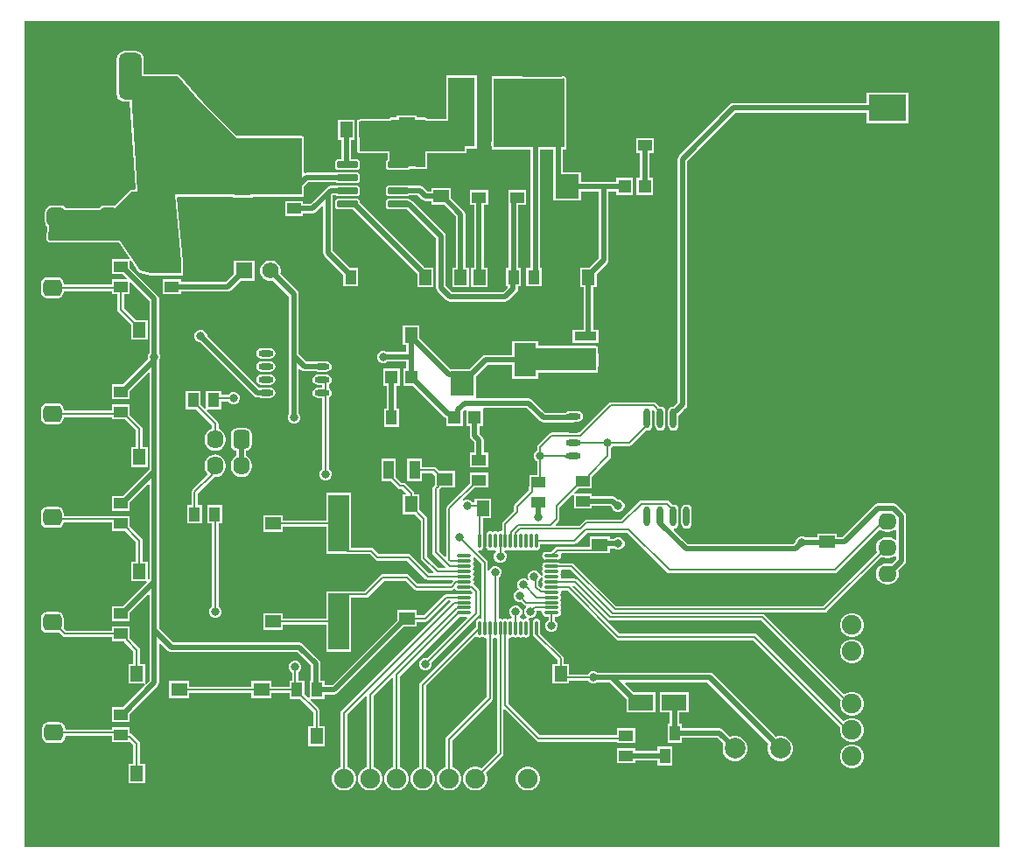
<source format=gtl>
G04*
G04 #@! TF.GenerationSoftware,Altium Limited,Altium Designer,22.6.1 (34)*
G04*
G04 Layer_Physical_Order=1*
G04 Layer_Color=255*
%FSTAX25Y25*%
%MOIN*%
G70*
G04*
G04 #@! TF.SameCoordinates,070C6B67-E07D-408F-9274-D07C1108151A*
G04*
G04*
G04 #@! TF.FilePolarity,Positive*
G04*
G01*
G75*
%ADD14C,0.02000*%
%ADD17C,0.00800*%
%ADD19R,0.03937X0.05512*%
%ADD20R,0.09252X0.06102*%
%ADD21R,0.05315X0.04134*%
%ADD22R,0.03937X0.07087*%
%ADD23R,0.04724X0.05906*%
%ADD24R,0.05906X0.04724*%
%ADD25O,0.05709X0.01181*%
%ADD26O,0.01181X0.05709*%
%ADD27R,0.04724X0.05118*%
%ADD28R,0.04134X0.05315*%
%ADD29R,0.10236X0.26378*%
%ADD30R,0.09055X0.09252*%
%ADD31R,0.06102X0.09252*%
G04:AMPARAMS|DCode=32|XSize=77.56mil|YSize=23.62mil|CornerRadius=2.95mil|HoleSize=0mil|Usage=FLASHONLY|Rotation=0.000|XOffset=0mil|YOffset=0mil|HoleType=Round|Shape=RoundedRectangle|*
%AMROUNDEDRECTD32*
21,1,0.07756,0.01772,0,0,0.0*
21,1,0.07165,0.02362,0,0,0.0*
1,1,0.00591,0.03583,-0.00886*
1,1,0.00591,-0.03583,-0.00886*
1,1,0.00591,-0.03583,0.00886*
1,1,0.00591,0.03583,0.00886*
%
%ADD32ROUNDEDRECTD32*%
%ADD33R,0.08465X0.12795*%
%ADD34R,0.08465X0.03543*%
%ADD35O,0.02362X0.07480*%
%ADD36R,0.14173X0.10236*%
%ADD37O,0.05709X0.02362*%
%ADD38R,0.07874X0.21654*%
%ADD39R,0.06102X0.05118*%
%ADD77C,0.07874*%
G04:AMPARAMS|DCode=78|XSize=70.87mil|YSize=62.99mil|CornerRadius=15.75mil|HoleSize=0mil|Usage=FLASHONLY|Rotation=0.000|XOffset=0mil|YOffset=0mil|HoleType=Round|Shape=RoundedRectangle|*
%AMROUNDEDRECTD78*
21,1,0.07087,0.03150,0,0,0.0*
21,1,0.03937,0.06299,0,0,0.0*
1,1,0.03150,0.01968,-0.01575*
1,1,0.03150,-0.01968,-0.01575*
1,1,0.03150,-0.01968,0.01575*
1,1,0.03150,0.01968,0.01575*
%
%ADD78ROUNDEDRECTD78*%
%ADD79O,0.07087X0.06299*%
G04:AMPARAMS|DCode=80|XSize=70.87mil|YSize=70.87mil|CornerRadius=17.72mil|HoleSize=0mil|Usage=FLASHONLY|Rotation=180.000|XOffset=0mil|YOffset=0mil|HoleType=Round|Shape=RoundedRectangle|*
%AMROUNDEDRECTD80*
21,1,0.07087,0.03543,0,0,180.0*
21,1,0.03543,0.07087,0,0,180.0*
1,1,0.03543,-0.01772,0.01772*
1,1,0.03543,0.01772,0.01772*
1,1,0.03543,0.01772,-0.01772*
1,1,0.03543,-0.01772,-0.01772*
%
%ADD80ROUNDEDRECTD80*%
%ADD81C,0.07087*%
G04:AMPARAMS|DCode=82|XSize=86.61mil|YSize=177.17mil|CornerRadius=21.65mil|HoleSize=0mil|Usage=FLASHONLY|Rotation=0.000|XOffset=0mil|YOffset=0mil|HoleType=Round|Shape=RoundedRectangle|*
%AMROUNDEDRECTD82*
21,1,0.08661,0.13386,0,0,0.0*
21,1,0.04331,0.17717,0,0,0.0*
1,1,0.04331,0.02165,-0.06693*
1,1,0.04331,-0.02165,-0.06693*
1,1,0.04331,-0.02165,0.06693*
1,1,0.04331,0.02165,0.06693*
%
%ADD82ROUNDEDRECTD82*%
%ADD83O,0.17717X0.08661*%
%ADD84O,0.08661X0.17717*%
%ADD85C,0.07480*%
%ADD86O,0.06299X0.07087*%
G04:AMPARAMS|DCode=87|XSize=62.99mil|YSize=70.87mil|CornerRadius=15.75mil|HoleSize=0mil|Usage=FLASHONLY|Rotation=180.000|XOffset=0mil|YOffset=0mil|HoleType=Round|Shape=RoundedRectangle|*
%AMROUNDEDRECTD87*
21,1,0.06299,0.03937,0,0,180.0*
21,1,0.03150,0.07087,0,0,180.0*
1,1,0.03150,-0.01575,0.01968*
1,1,0.03150,0.01575,0.01968*
1,1,0.03150,0.01575,-0.01968*
1,1,0.03150,-0.01575,-0.01968*
%
%ADD87ROUNDEDRECTD87*%
%ADD88C,0.06200*%
%ADD89R,0.06200X0.06200*%
G04:AMPARAMS|DCode=90|XSize=62.99mil|YSize=70.87mil|CornerRadius=15.75mil|HoleSize=0mil|Usage=FLASHONLY|Rotation=270.000|XOffset=0mil|YOffset=0mil|HoleType=Round|Shape=RoundedRectangle|*
%AMROUNDEDRECTD90*
21,1,0.06299,0.03937,0,0,270.0*
21,1,0.03150,0.07087,0,0,270.0*
1,1,0.03150,-0.01968,-0.01575*
1,1,0.03150,-0.01968,0.01575*
1,1,0.03150,0.01968,0.01575*
1,1,0.03150,0.01968,-0.01575*
%
%ADD90ROUNDEDRECTD90*%
%ADD91O,0.07087X0.06299*%
%ADD92C,0.03150*%
G36*
X0574174Y0177325D02*
X0202825D01*
X0202825Y0492174D01*
X0574174D01*
X0574174Y0177325D01*
D02*
G37*
%LPC*%
G36*
X0408Y0471316D02*
X0407688Y0471254D01*
X0407423Y0471077D01*
X0407423Y0471077D01*
X0407162Y0470816D01*
X039258D01*
Y0471095D01*
X0380743D01*
Y0447516D01*
X0380684Y0444516D01*
X0380686Y0444508D01*
X0380684Y04445D01*
X0380714Y0444351D01*
X038074Y0444203D01*
X0380743Y0444198D01*
Y0443117D01*
X039258D01*
Y0443184D01*
X0395665D01*
Y0397957D01*
X0393972D01*
Y0391042D01*
X0399706D01*
Y0397957D01*
X0399335D01*
Y0443184D01*
X0404318D01*
Y0434473D01*
X0404172D01*
Y0423621D01*
X0414828D01*
Y0427212D01*
X0421665D01*
Y0401764D01*
X0418153Y0398253D01*
X0414424D01*
Y0390747D01*
X0415751D01*
Y0374587D01*
X0411503D01*
Y0369444D01*
X0421568D01*
Y0374587D01*
X0419422D01*
Y0390747D01*
X0420749D01*
Y0395657D01*
X0424798Y0399706D01*
X0425196Y0400302D01*
X0425335Y0401004D01*
Y0427212D01*
X0428338D01*
Y0425688D01*
X0434662D01*
Y0432406D01*
X0428338D01*
Y0430883D01*
X0414828D01*
Y0434473D01*
X0407989D01*
Y0443184D01*
X04085D01*
X0408812Y0443246D01*
X0408813Y0443247D01*
X0409316D01*
Y0450753D01*
X0409316D01*
Y0458747D01*
X0409316D01*
Y0466253D01*
X0409316D01*
Y047D01*
X0409316Y047D01*
X0409254Y0470312D01*
X0409077Y0470577D01*
X0409077Y0470577D01*
X0408577Y0471077D01*
X0408312Y0471254D01*
X0408Y0471316D01*
D02*
G37*
G36*
X0375257Y0471489D02*
X0363421D01*
Y0454816D01*
X0356251D01*
X0356077Y0455077D01*
X0355812Y0455254D01*
X03555Y0455316D01*
X0352351D01*
Y0456127D01*
X0344649D01*
Y0455316D01*
X0342428D01*
X0342363Y0455303D01*
X0342297Y0455305D01*
X0342208Y0455272D01*
X0342115Y0455254D01*
X0342061Y0455217D01*
X0341999Y0455194D01*
X034193Y0455129D01*
X0341851Y0455077D01*
X0341814Y0455022D01*
X0341766Y0454977D01*
X034165Y0454816D01*
X0331D01*
X0331Y0454816D01*
X0330688Y0454754D01*
X0330423Y0454577D01*
X0330423Y0454577D01*
X03303Y0454454D01*
X0329424D01*
Y0446948D01*
X0329684D01*
Y04425D01*
X0329746Y0442188D01*
X0329923Y0441923D01*
X0330188Y0441746D01*
X03305Y0441684D01*
X0341184D01*
Y0439397D01*
X0340852Y0439176D01*
X034061Y0438813D01*
X0340525Y0438386D01*
Y0436614D01*
X034061Y0436187D01*
X0340852Y0435824D01*
X0341214Y0435582D01*
X0341642Y0435497D01*
X0348807D01*
X0349234Y0435582D01*
X0349597Y0435824D01*
X0349647Y04359D01*
X035511Y0435698D01*
X0355117Y0435699D01*
X0355125Y0435698D01*
X0355274Y0435725D01*
X0355424Y0435749D01*
X0355431Y0435753D01*
X0355438Y0435754D01*
X0355566Y0435836D01*
X0355695Y0435916D01*
X0355699Y0435922D01*
X0355706Y0435926D01*
X0356066Y0436273D01*
X035607Y0436279D01*
X0356077Y0436283D01*
X0356161Y043641D01*
X0356248Y0436534D01*
X0356249Y0436542D01*
X0356254Y0436548D01*
X0356283Y0436697D01*
X0356315Y0436845D01*
X0356314Y0436853D01*
X0356316Y043686D01*
Y0441684D01*
X03705D01*
X0370812Y0441746D01*
X0371077Y0441923D01*
X0371254Y0442188D01*
X0371316Y04425D01*
Y0443511D01*
X0375257D01*
Y0471489D01*
D02*
G37*
G36*
X0539387Y0464918D02*
X0523613D01*
Y0460835D01*
X0473D01*
X0472298Y0460696D01*
X0471702Y0460298D01*
X0452202Y0440798D01*
X0451804Y0440202D01*
X0451665Y04395D01*
Y0346736D01*
X0450174Y0345245D01*
X045Y034528D01*
X0449227Y0345126D01*
X0448572Y0344688D01*
X0448134Y0344033D01*
X044798Y034326D01*
Y0338142D01*
X0448134Y0337369D01*
X0448572Y0336713D01*
X0449227Y0336276D01*
X045Y0336122D01*
X0450773Y0336276D01*
X0451428Y0336713D01*
X0451866Y0337369D01*
X045202Y0338142D01*
Y0341944D01*
X0452151Y0342031D01*
X0454798Y0344678D01*
X0455196Y0345273D01*
X0455335Y0345976D01*
Y043874D01*
X047376Y0457165D01*
X0523613D01*
Y0453082D01*
X0539387D01*
Y0464918D01*
D02*
G37*
G36*
X0328662Y0454454D02*
X0322338D01*
Y0446948D01*
X0323665D01*
Y0439503D01*
X0322193D01*
X0321766Y0439418D01*
X0321403Y0439176D01*
X0321161Y0438813D01*
X0321076Y0438386D01*
Y0436614D01*
X0321161Y0436187D01*
X0321403Y0435824D01*
X0321766Y0435582D01*
X0322193Y0435497D01*
X0329358D01*
X0329786Y0435582D01*
X0330148Y0435824D01*
X033039Y0436187D01*
X0330475Y0436614D01*
Y0438386D01*
X033039Y0438813D01*
X0330148Y0439176D01*
X0329786Y0439418D01*
X0329358Y0439503D01*
X0327335D01*
Y0446948D01*
X0328662D01*
Y0454454D01*
D02*
G37*
G36*
X0245287Y0480684D02*
X0240957D01*
X0240183Y0480582D01*
X0239461Y0480283D01*
X0238842Y0479808D01*
X0238367Y0479188D01*
X0238068Y0478467D01*
X0237966Y0477693D01*
Y0464307D01*
X0238068Y0463533D01*
X0238367Y0462812D01*
X0238842Y0462192D01*
X0239461Y0461717D01*
X0240183Y0461418D01*
X0240957Y0461316D01*
X0242861D01*
X0245039Y0428181D01*
X0244697Y0427816D01*
X02435D01*
X02435Y0427816D01*
X0243188Y0427754D01*
X0242923Y0427577D01*
X0242923Y0427577D01*
X0237161Y0421814D01*
X0236772Y0421866D01*
X0233228D01*
X0232557Y0421777D01*
X0231931Y0421518D01*
X0231394Y0421106D01*
X0231172Y0420816D01*
X0218828D01*
X0218606Y0421106D01*
X0218069Y0421518D01*
X0217443Y0421777D01*
X0216772Y0421866D01*
X0213228D01*
X0212557Y0421777D01*
X0211931Y0421518D01*
X0211394Y0421106D01*
X0210982Y0420569D01*
X0210723Y0419943D01*
X0210634Y0419272D01*
Y0415728D01*
X0210723Y0415057D01*
X0210982Y0414431D01*
X0211394Y0413894D01*
X0211406Y0413885D01*
X0211185Y0409037D01*
X0211188Y0409019D01*
X0211184Y0409D01*
X0211212Y0408862D01*
X0211233Y0408722D01*
X0211243Y0408706D01*
X0211246Y0408688D01*
X0211325Y0408571D01*
X0211398Y040845D01*
X0211413Y0408439D01*
X0211423Y0408423D01*
X0211923Y0407923D01*
X0212188Y0407746D01*
X02125Y0407684D01*
X02125Y0407684D01*
X0238804D01*
X0242731Y0401867D01*
X0242465Y0401367D01*
X0236042D01*
Y0395633D01*
X0240362D01*
X0241843Y0394152D01*
X0241652Y039369D01*
X0236042D01*
Y0391723D01*
X021789D01*
Y0392075D01*
X0217705Y0393001D01*
X0217181Y0393787D01*
X0216395Y0394312D01*
X0215469Y0394496D01*
X0211531D01*
X0210605Y0394312D01*
X0209819Y0393787D01*
X0209295Y0393001D01*
X020911Y0392075D01*
Y0388925D01*
X0209295Y0387999D01*
X0209819Y0387213D01*
X0210605Y0386688D01*
X0211531Y0386504D01*
X0215469D01*
X0216395Y0386688D01*
X0217181Y0387213D01*
X0217705Y0387999D01*
X021789Y0388925D01*
Y0389277D01*
X0236042D01*
Y0387956D01*
X0238277D01*
Y0382177D01*
X023837Y0381709D01*
X0238635Y0381312D01*
X0243424Y0376522D01*
Y0370747D01*
X0249749D01*
Y0378253D01*
X0245155D01*
X0240723Y0382684D01*
Y0387956D01*
X0242957D01*
Y0392384D01*
X0243419Y0392576D01*
X025046Y0385535D01*
Y0365728D01*
X0250282Y036555D01*
X0249921Y0364677D01*
Y0363732D01*
X0250058Y0363401D01*
X0240362Y0353706D01*
X0236042D01*
Y0347972D01*
X0242957D01*
Y035111D01*
X0249998Y0358151D01*
X025046Y0357959D01*
Y0321304D01*
X0240362Y0311206D01*
X0236042D01*
Y0305472D01*
X0242957D01*
Y030861D01*
X0249998Y0315651D01*
X025046Y0315459D01*
Y0279534D01*
X0250249Y0279376D01*
X0249749Y0279625D01*
Y0286253D01*
X024781D01*
Y0294165D01*
X0247717Y0294634D01*
X0247452Y029503D01*
X0242957Y0299525D01*
Y0303528D01*
X0237951D01*
X0237833Y0303552D01*
X021789D01*
Y0304575D01*
X0217705Y0305501D01*
X0217181Y0306287D01*
X0216395Y0306812D01*
X0215469Y0306996D01*
X0211531D01*
X0210605Y0306812D01*
X0209819Y0306287D01*
X0209295Y0305501D01*
X020911Y0304575D01*
Y0301425D01*
X0209295Y0300499D01*
X0209819Y0299713D01*
X0210605Y0299188D01*
X0211531Y0299004D01*
X0215469D01*
X0216395Y0299188D01*
X0217181Y0299713D01*
X0217705Y0300499D01*
X0217826Y0301105D01*
X0236042D01*
Y0297795D01*
X0241227D01*
X0245363Y0293659D01*
Y0286253D01*
X0243424D01*
Y0278747D01*
X0249197D01*
X0249404Y0278247D01*
X0240362Y0269205D01*
X0236042D01*
Y0263472D01*
X0242957D01*
Y026661D01*
X0249998Y0273651D01*
X025046Y0273459D01*
Y026D01*
Y0240804D01*
X0249139Y0239483D01*
X0248749Y0239799D01*
X0248749Y0240226D01*
Y0247253D01*
X024681D01*
Y0252575D01*
X0246717Y0253043D01*
X0246452Y025344D01*
X0242981Y0256911D01*
Y0256995D01*
X0242957Y0257113D01*
Y0261528D01*
X0236042D01*
Y0259885D01*
X0218739D01*
X0217775Y0260849D01*
X021789Y0261425D01*
Y0264575D01*
X0217705Y0265501D01*
X0217181Y0266287D01*
X0216395Y0266812D01*
X0215469Y0266996D01*
X0211531D01*
X0210605Y0266812D01*
X0209819Y0266287D01*
X0209295Y0265501D01*
X020911Y0264575D01*
Y0261425D01*
X0209295Y0260499D01*
X0209819Y0259713D01*
X0210605Y0259188D01*
X0211531Y0259004D01*
X0215469D01*
X0216045Y0259119D01*
X0217367Y0257796D01*
X0217764Y0257531D01*
X0218232Y0257438D01*
X0236042D01*
Y0255795D01*
X0240722D01*
X0240892Y0255539D01*
X0244363Y0252068D01*
Y0247253D01*
X0242424D01*
Y0239747D01*
X0248252D01*
X0248697Y0239747D01*
X0249013Y0239357D01*
X0240362Y0230705D01*
X0236042D01*
Y0224972D01*
X0242957D01*
Y022811D01*
X0253593Y0238746D01*
X0253991Y0239341D01*
X0254131Y0240043D01*
Y0254916D01*
X0254592Y0255107D01*
X0257498Y0252202D01*
X0258093Y0251804D01*
X0258795Y0251665D01*
X030674D01*
X0311871Y0246534D01*
Y0240816D01*
X0311472D01*
Y0234395D01*
X0310972Y0234188D01*
X0309528Y0235631D01*
Y0240816D01*
X0307198D01*
Y0243911D01*
X030732Y0243961D01*
X0307988Y0244629D01*
X0308349Y0245502D01*
Y0246447D01*
X0307988Y024732D01*
X030732Y0247988D01*
X0306447Y0248349D01*
X0305502D01*
X0304629Y0247988D01*
X0303961Y024732D01*
X03036Y0246447D01*
Y0245502D01*
X0303961Y0244629D01*
X0304629Y0243961D01*
X0304751Y0243911D01*
Y0240816D01*
X0303795D01*
Y0238582D01*
X0297001D01*
Y0240717D01*
X0289298D01*
Y0238582D01*
X0265702D01*
Y0240717D01*
X0257999D01*
Y0233999D01*
X0265702D01*
Y0236135D01*
X0289298D01*
Y0233999D01*
X0297001D01*
Y0236135D01*
X0303795D01*
Y0233901D01*
X0307798D01*
X031282Y0228879D01*
Y0223394D01*
X0310881D01*
Y0215889D01*
X0317206D01*
Y0223394D01*
X0315267D01*
Y0229386D01*
X0315174Y0229854D01*
X0314908Y0230251D01*
X0311759Y0233401D01*
X0311966Y0233901D01*
X0317206D01*
Y0235523D01*
X0320811D01*
X0321513Y0235663D01*
X0322109Y0236061D01*
X0347343Y0261295D01*
X0352253D01*
Y0263233D01*
X0355465D01*
X0355933Y0263326D01*
X035633Y0263592D01*
X0364094Y0271355D01*
X0364972D01*
X0365163Y0270893D01*
X0323635Y0229365D01*
X032337Y0228968D01*
X0323276Y02285D01*
Y0207873D01*
X0322748Y0207731D01*
X0321712Y0207133D01*
X0320867Y0206288D01*
X0320269Y0205252D01*
X031996Y0204098D01*
Y0202902D01*
X0320269Y0201748D01*
X0320867Y0200712D01*
X0321712Y0199867D01*
X0322748Y0199269D01*
X0323902Y019896D01*
X0325098D01*
X0326252Y0199269D01*
X0327288Y0199867D01*
X0328133Y0200712D01*
X0328731Y0201748D01*
X032904Y0202902D01*
Y0204098D01*
X0328731Y0205252D01*
X0328133Y0206288D01*
X0327288Y0207133D01*
X0326252Y0207731D01*
X0325724Y0207873D01*
Y0227993D01*
X0332815Y0235084D01*
X0333277Y0234893D01*
Y0207873D01*
X0332748Y0207731D01*
X0331712Y0207133D01*
X0330867Y0206288D01*
X0330269Y0205252D01*
X032996Y0204098D01*
Y0202902D01*
X0330269Y0201748D01*
X0330867Y0200712D01*
X0331712Y0199867D01*
X0332748Y0199269D01*
X0333902Y019896D01*
X0335098D01*
X0336252Y0199269D01*
X0337288Y0199867D01*
X0338133Y0200712D01*
X0338731Y0201748D01*
X033904Y0202902D01*
Y0204098D01*
X0338731Y0205252D01*
X0338133Y0206288D01*
X0337288Y0207133D01*
X0336252Y0207731D01*
X0335723Y0207873D01*
Y0235096D01*
X0342815Y0242187D01*
X0343277Y0241996D01*
Y0207873D01*
X0342748Y0207731D01*
X0341712Y0207133D01*
X0340867Y0206288D01*
X0340269Y0205252D01*
X033996Y0204098D01*
Y0202902D01*
X0340269Y0201748D01*
X0340867Y0200712D01*
X0341712Y0199867D01*
X0342748Y0199269D01*
X0343902Y019896D01*
X0345098D01*
X0346252Y0199269D01*
X0347288Y0199867D01*
X0348133Y0200712D01*
X0348731Y0201748D01*
X034904Y0202902D01*
Y0204098D01*
X0348731Y0205252D01*
X0348133Y0206288D01*
X0347288Y0207133D01*
X0346252Y0207731D01*
X0345724Y0207873D01*
Y0242564D01*
X0368415Y0265255D01*
X0371372D01*
X0371563Y0264793D01*
X0356094Y0249324D01*
X0355972Y0249375D01*
X0355028D01*
X0354155Y0249013D01*
X0353487Y0248345D01*
X0353125Y0247472D01*
Y0246528D01*
X0353487Y0245655D01*
X0354155Y0244987D01*
X0355028Y0244625D01*
X0355972D01*
X0356845Y0244987D01*
X0357513Y0245655D01*
X0357875Y0246528D01*
Y0247472D01*
X0357824Y0247594D01*
X0375865Y0265635D01*
X037613Y0266032D01*
X0376223Y02665D01*
Y0274709D01*
X037613Y0275178D01*
X0375865Y0275574D01*
X0374132Y0277308D01*
X0373735Y0277573D01*
X0373877Y0277848D01*
X037394Y0277942D01*
X0374048Y0278484D01*
X037394Y0279027D01*
X0373645Y0279468D01*
X037394Y027991D01*
X0374048Y0280453D01*
X037394Y0280995D01*
X0373645Y0281437D01*
X037394Y0281879D01*
X0374048Y0282421D01*
X037394Y0282964D01*
X0373645Y0283405D01*
X037394Y0283847D01*
X0374048Y028439D01*
X037394Y0284932D01*
X0373645Y0285374D01*
X037394Y0285816D01*
X0374048Y0286358D01*
X037394Y0286901D01*
X0373713Y0287241D01*
X0373934Y0287705D01*
X0374423Y0287846D01*
X0376918Y0285351D01*
Y026486D01*
X0376418Y0264499D01*
X0376173Y0264548D01*
X0375631Y026444D01*
X0375171Y0264132D01*
X0374863Y0263672D01*
X0374755Y026313D01*
Y0261179D01*
X0353635Y0240058D01*
X035337Y0239661D01*
X0353276Y0239193D01*
Y0207873D01*
X0352748Y0207731D01*
X0351712Y0207133D01*
X0350867Y0206288D01*
X0350269Y0205252D01*
X034996Y0204098D01*
Y0202902D01*
X0350269Y0201748D01*
X0350867Y0200712D01*
X0351712Y0199867D01*
X0352748Y0199269D01*
X0353902Y019896D01*
X0355098D01*
X0356252Y0199269D01*
X0357288Y0199867D01*
X0358133Y0200712D01*
X0358731Y0201748D01*
X035904Y0202902D01*
Y0204098D01*
X0358731Y0205252D01*
X0358133Y0206288D01*
X0357288Y0207133D01*
X0356252Y0207731D01*
X0355724Y0207873D01*
Y0238686D01*
X0374685Y0257648D01*
X0375171Y02576D01*
X0375631Y0257293D01*
X0376173Y0257185D01*
X0376716Y0257293D01*
X0377157Y0257588D01*
X0377599Y0257293D01*
X0378142Y0257185D01*
X0378387Y0257233D01*
X0378887Y0256872D01*
Y0234617D01*
X0363635Y0219365D01*
X036337Y0218968D01*
X0363277Y02185D01*
Y0207873D01*
X0362748Y0207731D01*
X0361712Y0207133D01*
X0360867Y0206288D01*
X0360269Y0205252D01*
X035996Y0204098D01*
Y0202902D01*
X0360269Y0201748D01*
X0360867Y0200712D01*
X0361712Y0199867D01*
X0362748Y0199269D01*
X0363902Y019896D01*
X0365098D01*
X0366252Y0199269D01*
X0367288Y0199867D01*
X0368133Y0200712D01*
X0368731Y0201748D01*
X036904Y0202902D01*
Y0204098D01*
X0368731Y0205252D01*
X0368133Y0206288D01*
X0367288Y0207133D01*
X0366252Y0207731D01*
X0365723Y0207873D01*
Y0217993D01*
X0380975Y0233245D01*
X0381241Y0233642D01*
X0381334Y023411D01*
Y0256872D01*
X0381834Y0257233D01*
X0382079Y0257185D01*
X0382324Y0257233D01*
X0382824Y0256872D01*
Y0213554D01*
X0376727Y0207457D01*
X0376252Y0207731D01*
X0375098Y020804D01*
X0373902D01*
X0372748Y0207731D01*
X0371712Y0207133D01*
X0370867Y0206288D01*
X0370269Y0205252D01*
X036996Y0204098D01*
Y0202902D01*
X0370269Y0201748D01*
X0370867Y0200712D01*
X0371712Y0199867D01*
X0372748Y0199269D01*
X0373902Y019896D01*
X0375098D01*
X0376252Y0199269D01*
X0377288Y0199867D01*
X0378133Y0200712D01*
X0378731Y0201748D01*
X037904Y0202902D01*
Y0204098D01*
X0378731Y0205252D01*
X0378457Y0205727D01*
X0384912Y0212182D01*
X0385178Y0212579D01*
X0385271Y0213047D01*
Y0229814D01*
X0385733Y0230006D01*
X0397765Y0217973D01*
X0398162Y0217708D01*
X039863Y0217615D01*
X0428543D01*
Y0216972D01*
X0435458D01*
Y0222706D01*
X0428543D01*
Y0220062D01*
X0399137D01*
X0387239Y023196D01*
Y0256872D01*
X0387739Y0257233D01*
X0387984Y0257185D01*
X0388527Y0257293D01*
X0388968Y0257588D01*
X038941Y0257293D01*
X0389953Y0257185D01*
X0390495Y0257293D01*
X0390937Y0257588D01*
X0391379Y0257293D01*
X0391921Y0257185D01*
X0392464Y0257293D01*
X0392905Y0257588D01*
X0393347Y0257293D01*
X039389Y0257185D01*
X0394432Y0257293D01*
X0394892Y02576D01*
X03952Y025806D01*
X0395307Y0258602D01*
Y026313D01*
X03952Y0263672D01*
X0394892Y0264132D01*
X0395028Y0264598D01*
X0395055Y0264625D01*
X0395972D01*
X0396845Y0264987D01*
X0397513Y0265655D01*
X0397875Y0266528D01*
Y0267418D01*
X039964D01*
X0400001Y0266918D01*
X0399952Y0266673D01*
X040006Y0266131D01*
X0400367Y0265671D01*
X0400828Y0265363D01*
X040137Y0265255D01*
X040241D01*
Y026393D01*
X0402289Y0263879D01*
X0401621Y0263211D01*
X0401259Y0262338D01*
Y0261394D01*
X0401621Y0260521D01*
X0402289Y0259853D01*
X0403161Y0259491D01*
X0404106D01*
X0404979Y0259853D01*
X0405647Y0260521D01*
X0406009Y0261394D01*
Y0262338D01*
X0405647Y0263211D01*
X0404979Y0263879D01*
X0404857Y026393D01*
Y0265255D01*
X0405898D01*
X040644Y0265363D01*
X04069Y0265671D01*
X0407207Y0266131D01*
X0407315Y0266673D01*
X0407207Y0267216D01*
X0406912Y0267657D01*
X0407207Y0268099D01*
X0407315Y0268642D01*
X0407207Y0269184D01*
X0406912Y0269626D01*
X0407207Y0270068D01*
X0407315Y027061D01*
X0407207Y0271153D01*
X0406912Y0271595D01*
X0407207Y0272036D01*
X0407315Y0272579D01*
X0407207Y0273121D01*
X0406912Y0273563D01*
X0407207Y0274005D01*
X0407315Y0274547D01*
X0407281Y0274719D01*
X0407677Y0275219D01*
X040955D01*
X0428135Y0256635D01*
X0428532Y025637D01*
X0429Y0256276D01*
X0480493D01*
X051361Y0223159D01*
X051346Y0222598D01*
Y0221402D01*
X0513769Y0220248D01*
X0514367Y0219212D01*
X0515212Y0218367D01*
X0516248Y0217769D01*
X0517402Y021746D01*
X0518598D01*
X0519752Y0217769D01*
X0520788Y0218367D01*
X0521633Y0219212D01*
X0522231Y0220248D01*
X052254Y0221402D01*
Y0222598D01*
X0522231Y0223752D01*
X0521633Y0224788D01*
X0520788Y0225633D01*
X0519752Y0226231D01*
X0518598Y022654D01*
X0517402D01*
X0516248Y0226231D01*
X0515212Y0225633D01*
X0514905Y0225325D01*
X0481865Y0258365D01*
X0481468Y025863D01*
X0481Y0258723D01*
X0429507D01*
X0411595Y0276635D01*
X0411788Y027715D01*
X0412085Y0277185D01*
X0425135Y0264135D01*
X0425532Y026387D01*
X0426Y0263776D01*
X0483493D01*
X0513716Y0233554D01*
X051346Y0232598D01*
Y0231402D01*
X0513769Y0230248D01*
X0514367Y0229212D01*
X0515212Y0228367D01*
X0516248Y0227769D01*
X0517402Y022746D01*
X0518598D01*
X0519752Y0227769D01*
X0520788Y0228367D01*
X0521633Y0229212D01*
X0522231Y0230248D01*
X052254Y0231402D01*
Y0232598D01*
X0522231Y0233752D01*
X0521633Y0234788D01*
X0520788Y0235633D01*
X0519752Y0236231D01*
X0518598Y023654D01*
X0517402D01*
X0516248Y0236231D01*
X0515212Y0235633D01*
X0515155Y0235576D01*
X0484865Y0265865D01*
X0484468Y026613D01*
X0484Y0266224D01*
X0426507D01*
X0413381Y0279349D01*
X0412984Y0279615D01*
X0412516Y0279708D01*
X0407628D01*
X0407267Y0280208D01*
X0407315Y0280453D01*
X0407207Y0280995D01*
X0406912Y0281437D01*
X0407207Y0281879D01*
X0407315Y0282421D01*
X0407267Y0282666D01*
X0407628Y0283166D01*
X0410835D01*
X0426867Y0267135D01*
X0427263Y026687D01*
X0427732Y0266776D01*
X0507606D01*
X0508075Y026687D01*
X0508471Y0267135D01*
X0529307Y028797D01*
X0530075Y0287652D01*
X0531106Y0287516D01*
X0531894D01*
X0532925Y0287652D01*
X0533885Y028805D01*
X0534508Y0288528D01*
X0535008Y0288281D01*
Y028721D01*
X0533081Y0285283D01*
X0532925Y0285348D01*
X0531894Y0285484D01*
X0531106D01*
X0530075Y0285348D01*
X0529114Y028495D01*
X0528289Y0284317D01*
X0527656Y0283492D01*
X0527258Y0282531D01*
X0527123Y02815D01*
X0527258Y0280469D01*
X0527656Y0279508D01*
X0528289Y0278683D01*
X0529114Y027805D01*
X0530075Y0277652D01*
X0531106Y0277516D01*
X0531894D01*
X0532925Y0277652D01*
X0533885Y027805D01*
X0534711Y0278683D01*
X0535344Y0279508D01*
X0535742Y0280469D01*
X0535877Y02815D01*
X0535742Y0282531D01*
X0535677Y0282688D01*
X0538141Y0285152D01*
X0538539Y0285747D01*
X0538679Y028645D01*
Y030355D01*
X0538539Y0304253D01*
X0538141Y0304848D01*
X0535242Y0307747D01*
X0534646Y0308145D01*
X0533944Y0308285D01*
X0527914D01*
X0527211Y0308145D01*
X0526616Y0307747D01*
X0514361Y0295492D01*
X0512253D01*
Y0296819D01*
X0504747D01*
Y0295414D01*
X0500445D01*
X0500345Y0295513D01*
X0499472Y0295875D01*
X0498528D01*
X0497655Y0295513D01*
X0496987Y0294845D01*
X0496625Y0293972D01*
Y0293721D01*
X049574Y0292835D01*
X04555D01*
X0450104Y0298231D01*
X0450269Y0298774D01*
X0450773Y0298874D01*
X0451428Y0299312D01*
X0451866Y0299967D01*
X045202Y030074D01*
Y0305858D01*
X0451866Y0306631D01*
X0451428Y0307287D01*
X0450773Y0307724D01*
X045Y0307878D01*
X0449758Y030783D01*
X0448484Y0309104D01*
X0448087Y030937D01*
X0447619Y0309463D01*
X0437739D01*
X0437271Y030937D01*
X0436874Y0309104D01*
X043001Y0302241D01*
X0416939D01*
X0416471Y0302148D01*
X0416074Y0301882D01*
X041404Y0299849D01*
X0405232D01*
X0405041Y0300311D01*
X0406293Y0301562D01*
X0406558Y0301959D01*
X0406651Y0302427D01*
Y030685D01*
X0411543Y0311741D01*
X0412043Y0311534D01*
Y0306294D01*
X0418958D01*
Y0307326D01*
X0426267D01*
X0426667Y0306926D01*
X0426987Y0306155D01*
X0427655Y0305487D01*
X0428528Y0305125D01*
X0429472D01*
X0430345Y0305487D01*
X0431013Y0306155D01*
X0431375Y0307028D01*
Y0307972D01*
X0431013Y0308845D01*
X0430345Y0309513D01*
X0429472Y0309875D01*
X042891D01*
X0428325Y0310459D01*
X042773Y0310857D01*
X0427028Y0310997D01*
X0418958D01*
Y0312028D01*
X0412537D01*
X0412329Y0312528D01*
X0413773Y0313972D01*
X0418958D01*
Y0318387D01*
X0418981Y0318506D01*
Y0318589D01*
X0425865Y0325473D01*
X042613Y032587D01*
X0426224Y0326339D01*
Y0329436D01*
X0426345Y0329487D01*
X0427013Y0330155D01*
X0427064Y0330276D01*
X0433358D01*
X0433826Y033037D01*
X0434223Y0330635D01*
X0439758Y033617D01*
X044Y0336122D01*
X0440773Y0336276D01*
X0441428Y0336713D01*
X0441866Y0337369D01*
X044202Y0338142D01*
Y034326D01*
X0441889Y0343917D01*
X0441905Y0343954D01*
X0442165Y0344171D01*
X0442298Y0344232D01*
X0443028Y0343501D01*
X044298Y034326D01*
Y0338142D01*
X0443134Y0337369D01*
X0443572Y0336713D01*
X0444227Y0336276D01*
X0445Y0336122D01*
X0445773Y0336276D01*
X0446428Y0336713D01*
X0446866Y0337369D01*
X044702Y0338142D01*
Y034326D01*
X0446866Y0344033D01*
X0446428Y0344688D01*
X0445773Y0345126D01*
X0445Y034528D01*
X0444758Y0345232D01*
X0443484Y0346506D01*
X0443087Y0346771D01*
X0442619Y0346864D01*
X0426138D01*
X042567Y0346771D01*
X0425273Y0346506D01*
X0414109Y0335342D01*
X0403619D01*
X0403151Y0335249D01*
X0402754Y0334984D01*
X0398466Y0330697D01*
X0398201Y03303D01*
X0398108Y0329831D01*
Y0328564D01*
X0397986Y0328513D01*
X0397318Y0327845D01*
X0396957Y0326972D01*
Y0326028D01*
X0397318Y0325155D01*
X0397986Y0324487D01*
X0398108Y0324436D01*
Y0319205D01*
X0395042D01*
Y031479D01*
X0395019Y0314672D01*
Y0313332D01*
X0389635Y0307948D01*
X038937Y0307551D01*
X0389277Y0307083D01*
Y0305464D01*
X0385151Y0301338D01*
X0384885Y0300941D01*
X0384792Y0300473D01*
Y0298128D01*
X0384292Y0297767D01*
X0384047Y0297815D01*
X0383505Y0297708D01*
X0383063Y0297412D01*
X0382621Y0297708D01*
X0382079Y0297815D01*
X0381536Y0297708D01*
X0381095Y0297412D01*
X0380653Y0297708D01*
X038011Y0297815D01*
X0379568Y0297708D01*
X0379108Y02974D01*
X03788Y029694D01*
X0378692Y0296398D01*
Y029187D01*
X03788Y0291328D01*
X0379108Y0290867D01*
X0379568Y029056D01*
X038011Y0290452D01*
X0380653Y029056D01*
X0381095Y0290855D01*
X0381536Y029056D01*
X0382079Y0290452D01*
X0382219Y029048D01*
X0382465Y0290019D01*
X0382034Y0289588D01*
X0381672Y0288715D01*
Y0287771D01*
X0382034Y0286898D01*
X0382702Y028623D01*
X0383575Y0285868D01*
X038452D01*
X0385392Y028623D01*
X0386061Y0286898D01*
X0386422Y0287771D01*
Y0288715D01*
X0386061Y0289588D01*
X0385629Y0290019D01*
X0385876Y029048D01*
X0386016Y0290452D01*
X0386558Y029056D01*
X0387Y0290855D01*
X0387442Y029056D01*
X0387984Y0290452D01*
X0388527Y029056D01*
X0388968Y0290855D01*
X038941Y029056D01*
X0389953Y0290452D01*
X0390495Y029056D01*
X0390937Y0290855D01*
X0391379Y029056D01*
X0391921Y0290452D01*
X0392464Y029056D01*
X0392905Y0290855D01*
X0393347Y029056D01*
X039389Y0290452D01*
X0394432Y029056D01*
X0394874Y0290855D01*
X0395316Y029056D01*
X0395858Y0290452D01*
X0396401Y029056D01*
X0396843Y0290855D01*
X0397284Y029056D01*
X0397827Y0290452D01*
X0398369Y029056D01*
X0398829Y0290867D01*
X0399137Y0291328D01*
X0399245Y029187D01*
Y029291D01*
X0412318D01*
X0412787Y0293004D01*
X0413183Y0293269D01*
X0417191Y0297276D01*
X0432493D01*
X0447635Y0282135D01*
X0448032Y028187D01*
X04485Y0281776D01*
X05115D01*
X0511968Y028187D01*
X0512365Y0282135D01*
X0528643Y0298412D01*
X0529114Y029805D01*
X0530075Y0297652D01*
X0531106Y0297516D01*
X0531894D01*
X0532925Y0297652D01*
X0533885Y029805D01*
X0534508Y0298528D01*
X0535008Y0298281D01*
Y0294719D01*
X0534508Y0294472D01*
X0533885Y029495D01*
X0532925Y0295348D01*
X0531894Y0295484D01*
X0531106D01*
X0530075Y0295348D01*
X0529114Y029495D01*
X0528289Y0294317D01*
X0527656Y0293492D01*
X0527258Y0292531D01*
X0527123Y02915D01*
X0527258Y0290469D01*
X0527577Y0289701D01*
X0507099Y0269223D01*
X0428238D01*
X0412207Y0285255D01*
X041181Y028552D01*
X0411342Y0285613D01*
X0406569D01*
X040644Y02857D01*
X0405898Y0285808D01*
X040137D01*
X0400828Y02857D01*
X0400367Y0285392D01*
X040006Y0284932D01*
X0399952Y028439D01*
X040006Y0283847D01*
X0400355Y0283405D01*
X040006Y0282964D01*
X0399952Y0282421D01*
X040006Y0281879D01*
X0400355Y0281437D01*
X040006Y0280995D01*
X0399952Y0280453D01*
X040006Y027991D01*
X0400355Y0279468D01*
X040006Y0279027D01*
X0399952Y0278484D01*
X040006Y0277942D01*
X0400355Y02775D01*
X040006Y0277058D01*
X0399952Y0276516D01*
X039996Y0276478D01*
X0399499Y0276231D01*
X0398673Y0277057D01*
Y0278815D01*
X0399013Y0279155D01*
X0399375Y0280028D01*
Y0280972D01*
X0399013Y0281845D01*
X0398345Y0282513D01*
X0397472Y0282875D01*
X0396528D01*
X0395655Y0282513D01*
X0394987Y0281845D01*
X0394625Y0280972D01*
Y0280028D01*
X0394833Y0279525D01*
X0394409Y0279242D01*
X0394345Y0279306D01*
X0393472Y0279668D01*
X0392528D01*
X0391655Y0279306D01*
X0390987Y0278638D01*
X0390625Y0277765D01*
Y027682D01*
X0390987Y0275948D01*
X0391098Y0275837D01*
X0390904Y0275324D01*
X0390155Y0275013D01*
X0389487Y0274345D01*
X0389125Y0273472D01*
Y0272528D01*
X0389487Y0271655D01*
X0390155Y0270987D01*
X0391028Y0270625D01*
X0391972D01*
X0392094Y0270676D01*
X0393025Y0269745D01*
X0393422Y026948D01*
X0393862Y0269392D01*
X0393915Y0269295D01*
X0394028Y0268887D01*
X0393487Y0268345D01*
X0393125Y0267472D01*
Y0266528D01*
X0393487Y0265655D01*
X0394132Y0265009D01*
X0394131Y0264972D01*
X039389Y0264548D01*
X0393347Y026444D01*
X0392905Y0264145D01*
X0392464Y026444D01*
X0391921Y0264548D01*
X0391581Y026498D01*
X0391577Y0265218D01*
X0392013Y0265655D01*
X0392375Y0266528D01*
Y0267472D01*
X0392013Y0268345D01*
X0391345Y0269013D01*
X0390472Y0269375D01*
X0389528D01*
X0388655Y0269013D01*
X0387987Y0268345D01*
X0387625Y0267472D01*
Y0266528D01*
X0387987Y0265655D01*
X038842Y0265222D01*
X0388409Y0264945D01*
X0387984Y0264548D01*
X0387442Y026444D01*
X0387Y0264145D01*
X0386558Y026444D01*
X0386016Y0264548D01*
X0385473Y026444D01*
X0385032Y0264145D01*
X038459Y026444D01*
X0384047Y0264548D01*
X0383875Y0264513D01*
X0383375Y0264909D01*
Y0280097D01*
X0383513Y0280154D01*
X0384181Y0280822D01*
X0384542Y0281695D01*
Y028264D01*
X0384181Y0283513D01*
X0383513Y0284181D01*
X038264Y0284542D01*
X0381695D01*
X0380822Y0284181D01*
X0380154Y0283513D01*
X0379865Y0282815D01*
X0379365Y0282915D01*
Y0285858D01*
X0379272Y0286327D01*
X0379007Y0286723D01*
X0375692Y0290038D01*
X0375938Y0290499D01*
X0376173Y0290452D01*
X0376716Y029056D01*
X0377176Y0290867D01*
X0377483Y0291328D01*
X0377591Y029187D01*
Y0296398D01*
X0377483Y029694D01*
X0377397Y029707D01*
Y0302747D01*
X0380619D01*
Y0310253D01*
X0374294D01*
Y0308723D01*
X0373564D01*
X0373513Y0308845D01*
X0372845Y0309513D01*
X0371972Y0309875D01*
X0371028D01*
X0370155Y0309513D01*
X0369876Y0309898D01*
X0374273Y0314295D01*
X0379457D01*
Y0320028D01*
X0372543D01*
Y0316025D01*
X0363735Y0307217D01*
X036347Y030682D01*
X0363376Y0306352D01*
Y028818D01*
X0362915Y0287989D01*
X0360723Y029018D01*
Y031345D01*
X0361312Y0314039D01*
X0361483Y0314295D01*
X0366753D01*
Y0320619D01*
X0360978D01*
X0359731Y0321865D01*
X0359334Y032213D01*
X0358866Y0322223D01*
X035419D01*
Y0325343D01*
X0348653D01*
Y0316657D01*
X035419D01*
Y0319777D01*
X0358359D01*
X0359247Y0318889D01*
Y0315613D01*
X0359224Y0315494D01*
Y0315411D01*
X0358635Y0314822D01*
X035837Y0314425D01*
X0358277Y0313957D01*
Y0289673D01*
X035837Y0289205D01*
X0358635Y0288808D01*
X0363332Y0284111D01*
X036314Y0283649D01*
X0360581D01*
X0356224Y0288007D01*
Y0302453D01*
X035613Y0302921D01*
X0355865Y0303318D01*
X0353205Y0305978D01*
Y0311753D01*
X0351267D01*
Y0312153D01*
X0351174Y0312621D01*
X0350908Y0313018D01*
X0348057Y031587D01*
X034766Y0316135D01*
X0347191Y0316228D01*
X0346506D01*
X0344347Y0318387D01*
Y0325343D01*
X033881D01*
Y0316657D01*
X0342617D01*
X0345134Y031414D01*
X0345531Y0313874D01*
X0345999Y0313781D01*
X0346685D01*
X0348251Y0312215D01*
X034806Y0311753D01*
X0346881D01*
Y0304247D01*
X0351475D01*
X0353777Y0301946D01*
Y02875D01*
X035387Y0287032D01*
X0354135Y0286635D01*
X0358631Y0282138D01*
X035844Y0281676D01*
X0356983D01*
X0349956Y0288704D01*
X0349559Y0288969D01*
X0349091Y0289062D01*
X0337864D01*
X0335787Y0291139D01*
X033539Y0291404D01*
X0334922Y0291497D01*
X0327237D01*
Y0312328D01*
X0317763D01*
Y0301924D01*
X0301253D01*
Y0303863D01*
X0293747D01*
Y0297539D01*
X0301253D01*
Y0299477D01*
X0317763D01*
Y0289074D01*
X0325919D01*
X0326037Y0289051D01*
X0334415D01*
X0336492Y0286973D01*
X0336889Y0286708D01*
X0337357Y0286615D01*
X0348584D01*
X0355611Y0279588D01*
X0356008Y0279322D01*
X0356476Y0279229D01*
X0365846D01*
X0366053Y0278729D01*
X0365048Y0277724D01*
X0352668D01*
X0349365Y0281027D01*
X0348968Y0281292D01*
X03485Y0281385D01*
X0339357D01*
X0338889Y0281292D01*
X0338492Y0281027D01*
X0332415Y027495D01*
X0326037D01*
X0325919Y0274926D01*
X0317763D01*
Y0264523D01*
X0301253D01*
Y0266461D01*
X0293747D01*
Y0260137D01*
X0301253D01*
Y0262076D01*
X0317763D01*
Y0251672D01*
X0327237D01*
Y0272502D01*
X0332922D01*
X033339Y0272596D01*
X0333787Y0272861D01*
X0339864Y0278938D01*
X0347993D01*
X0351296Y0275635D01*
X0351693Y027537D01*
X0352161Y0275276D01*
X0365554D01*
X0366023Y027537D01*
X0366418Y0275634D01*
X036642Y0275635D01*
X0367062Y027557D01*
X03671Y0275513D01*
X036756Y0275206D01*
X0368102Y0275098D01*
X037263D01*
X0372839Y027514D01*
X0373483Y0274496D01*
X0373454Y0274302D01*
X0373411Y0274239D01*
X03729Y0273943D01*
X037263Y0273996D01*
X0368102D01*
X036756Y0273889D01*
X036743Y0273802D01*
X0363587D01*
X0363119Y0273709D01*
X0362722Y0273444D01*
X0354958Y026568D01*
X0352253D01*
Y0267619D01*
X0344747D01*
Y026389D01*
X0320051Y0239194D01*
X0317206D01*
Y0240816D01*
X0315541D01*
Y0247294D01*
X0315402Y0247996D01*
X0315004Y0248592D01*
X0308798Y0254798D01*
X0308202Y0255196D01*
X03075Y0255335D01*
X0259556D01*
X0254131Y026076D01*
Y0278543D01*
Y0320543D01*
Y0362682D01*
X0254309Y036286D01*
X025467Y0363732D01*
Y0364677D01*
X0254309Y036555D01*
X0254131Y0365728D01*
Y0386295D01*
X0253991Y0386998D01*
X0253593Y0387593D01*
X0242957Y0398229D01*
Y0400637D01*
X0243458Y040079D01*
X0246324Y0396544D01*
X0246422Y0396447D01*
X0246514Y0396345D01*
X0246534Y0396335D01*
X024655Y039632D01*
X0246678Y0396268D01*
X0246802Y0396209D01*
X0250802Y0395209D01*
X0250902Y0395204D01*
X0251Y0395184D01*
X02625D01*
X0262812Y0395246D01*
X0263077Y0395423D01*
X0263254Y0395688D01*
X0263316Y0396D01*
Y04005D01*
X0263308Y0400538D01*
X0263312Y0400577D01*
X0261026Y0424815D01*
X0261362Y0425184D01*
X0282247D01*
Y0424924D01*
X0289753D01*
Y0425184D01*
X03085D01*
X0308812Y0425246D01*
X0309077Y0425423D01*
X0309254Y0425688D01*
X0309316Y0426D01*
Y0429012D01*
X0310969Y0430665D01*
X0321642D01*
X0321766Y0430582D01*
X0322193Y0430497D01*
X0329358D01*
X0329786Y0430582D01*
X0330148Y0430825D01*
X033039Y0431187D01*
X0330475Y0431614D01*
Y0433386D01*
X033039Y0433813D01*
X0330148Y0434175D01*
X0329786Y0434418D01*
X0329358Y0434503D01*
X0322193D01*
X0321766Y0434418D01*
X0321642Y0434335D01*
X0310209D01*
X0309816Y0434257D01*
X0309394Y043452D01*
X0309316Y0434624D01*
Y04475D01*
X0309254Y0447812D01*
X0309253Y0447813D01*
Y0448162D01*
X0308949D01*
X0308812Y0448254D01*
X03085Y0448316D01*
X0283666D01*
X027083Y0461151D01*
X0261725Y0471494D01*
X0261705Y0471511D01*
X026169Y0471532D01*
X0261579Y0471607D01*
X0261473Y0471688D01*
X0261447Y0471695D01*
X0261425Y0471709D01*
X0261294Y0471735D01*
X0261165Y047177D01*
X0261139Y0471766D01*
X0261113Y0471771D01*
X0248278D01*
Y0477693D01*
X0248176Y0478467D01*
X0247878Y0479188D01*
X0247402Y0479808D01*
X0246783Y0480283D01*
X0246061Y0480582D01*
X0245287Y0480684D01*
D02*
G37*
G36*
X0442635Y0447528D02*
X043572D01*
Y0441794D01*
X0437342D01*
Y0432406D01*
X0436015D01*
Y0425688D01*
X0442339D01*
Y0432406D01*
X0441012D01*
Y0441794D01*
X0442635D01*
Y0447528D01*
D02*
G37*
G36*
X0329358Y0429503D02*
X0322193D01*
X0321766Y0429418D01*
X0321642Y0429335D01*
X03195D01*
X0318798Y0429196D01*
X0318202Y0428798D01*
X0317202Y0427798D01*
X0317202Y0427798D01*
X0311945Y042254D01*
X0308958D01*
Y0423572D01*
X0302043D01*
Y0417838D01*
X0308958D01*
Y0418869D01*
X0312705D01*
X0313407Y0419009D01*
X0314002Y0419407D01*
X0316203Y0421607D01*
X0316665Y0421416D01*
Y0403752D01*
X0316804Y040305D01*
X0317202Y0402454D01*
X0324294Y0395362D01*
Y0391042D01*
X0330028D01*
Y0397957D01*
X032689D01*
X0320335Y0404512D01*
Y0425665D01*
X0321642D01*
X0321766Y0425582D01*
X0322193Y0425497D01*
X0329358D01*
X0329786Y0425582D01*
X0330148Y0425824D01*
X033039Y0426187D01*
X0330475Y0426614D01*
Y0428386D01*
X033039Y0428813D01*
X0330148Y0429176D01*
X0329786Y0429418D01*
X0329358Y0429503D01*
D02*
G37*
G36*
X02904Y04009D02*
X02826D01*
Y0395695D01*
X0279563Y0392658D01*
X0262457D01*
Y039369D01*
X0255542D01*
Y0387956D01*
X0262457D01*
Y0388988D01*
X0280323D01*
X0281025Y0389127D01*
X0281621Y0389525D01*
X0285195Y03931D01*
X02904D01*
Y04009D01*
D02*
G37*
G36*
X0379457Y042769D02*
X0372543D01*
Y0421956D01*
X0374186D01*
Y0398253D01*
X0372881D01*
Y0390747D01*
X0379205D01*
Y0398253D01*
X0377857D01*
Y0421956D01*
X0379457D01*
Y042769D01*
D02*
G37*
G36*
X0348807Y0429503D02*
X0341642D01*
X0341214Y0429418D01*
X0340852Y0429176D01*
X034061Y0428813D01*
X0340525Y0428386D01*
Y0426614D01*
X034061Y0426187D01*
X0340852Y0425824D01*
X0341214Y0425582D01*
X0341642Y0425497D01*
X0348807D01*
X0349234Y0425582D01*
X0349358Y0425665D01*
X0352702D01*
X035425Y0424118D01*
X0354845Y042372D01*
X0355547Y042358D01*
X0357747D01*
Y0422251D01*
X0362657D01*
X0367121Y0417787D01*
Y0398253D01*
X0365794D01*
Y0390747D01*
X0372119D01*
Y0398253D01*
X0370792D01*
Y0418547D01*
X0370652Y041925D01*
X0370254Y0419845D01*
X0365253Y0424847D01*
Y0428576D01*
X0357747D01*
Y0427251D01*
X0356307D01*
X035476Y0428798D01*
X0354165Y0429196D01*
X0353463Y0429335D01*
X0349358D01*
X0349234Y0429418D01*
X0348807Y0429503D01*
D02*
G37*
G36*
X0329358Y0424503D02*
X0322193D01*
X0321766Y0424418D01*
X0321403Y0424176D01*
X0321161Y0423813D01*
X0321076Y0423386D01*
Y0421614D01*
X0321161Y0421187D01*
X0321403Y0420824D01*
X0321766Y0420582D01*
X0322193Y0420497D01*
X032788D01*
X0352346Y0396031D01*
Y0395862D01*
X0352381Y0395685D01*
Y0390747D01*
X0358705D01*
Y0398253D01*
X0355315D01*
X0330475Y0423093D01*
Y0423386D01*
X033039Y0423813D01*
X0330148Y0424176D01*
X0329786Y0424418D01*
X0329358Y0424503D01*
D02*
G37*
G36*
X0393957Y042769D02*
X0387042D01*
Y0421956D01*
X0387326D01*
Y0397957D01*
X0386295D01*
Y0391042D01*
X038674D01*
X0386947Y0390543D01*
X038524Y0388835D01*
X036576D01*
X0363335Y039126D01*
Y041D01*
X0363196Y0410702D01*
X0362798Y0411298D01*
X0350479Y0423617D01*
X0349883Y0424015D01*
X0349677Y0424056D01*
X0349597Y0424176D01*
X0349234Y0424418D01*
X0348807Y0424503D01*
X0341642D01*
X0341214Y0424418D01*
X0340852Y0424176D01*
X034061Y0423813D01*
X0340525Y0423386D01*
Y0421614D01*
X034061Y0421187D01*
X0340852Y0420824D01*
X0341214Y0420582D01*
X0341642Y0420497D01*
X0345336D01*
X0345406Y0420484D01*
X0348421D01*
X0359665Y040924D01*
Y03905D01*
X0359804Y0389798D01*
X0360202Y0389202D01*
X0363702Y0385702D01*
X0364298Y0385304D01*
X0365Y0385165D01*
X0386D01*
X0386702Y0385304D01*
X0387298Y0385702D01*
X0390312Y0388716D01*
X039071Y0389312D01*
X0390849Y0390014D01*
Y0391042D01*
X0392028D01*
Y0397957D01*
X0390997D01*
Y0421956D01*
X0393957D01*
Y042769D01*
D02*
G37*
G36*
X0353205Y0376253D02*
X0346881D01*
Y0368747D01*
X0348356D01*
Y036604D01*
X0340957D01*
X0340779Y0366218D01*
X0339907Y036658D01*
X0338962D01*
X0338089Y0366218D01*
X0337421Y036555D01*
X0337059Y0364677D01*
Y0363732D01*
X0337421Y036286D01*
X0338089Y0362192D01*
X0338962Y036183D01*
X0339907D01*
X0340779Y0362192D01*
X0340957Y0362369D01*
X0348356D01*
Y0359859D01*
X0347176D01*
Y0353141D01*
X0350905D01*
X0362785Y0341261D01*
X036338Y0340863D01*
X0363499Y034084D01*
Y0337641D01*
X0369824D01*
Y0342185D01*
X0369859Y0342362D01*
Y0343264D01*
X0370676Y0344081D01*
X0371176Y0343874D01*
Y0337641D01*
X0372503D01*
Y0334185D01*
X0372643Y0333483D01*
X0373041Y0332887D01*
X0374165Y0331763D01*
Y0327706D01*
X0372543D01*
Y0321972D01*
X0379457D01*
Y0327706D01*
X0377835D01*
Y0332524D01*
X0377696Y0333226D01*
X0377298Y0333821D01*
X0376174Y0334945D01*
Y0337641D01*
X0377501D01*
Y0344165D01*
X0377501Y0344359D01*
X0377874Y0344665D01*
X039424D01*
X0399202Y0339702D01*
X0399798Y0339304D01*
X04005Y0339165D01*
X0411957D01*
X0412659Y0339304D01*
X0412922Y033948D01*
X041363D01*
X0414403Y0339634D01*
X0415058Y0340072D01*
X0415496Y0340727D01*
X041565Y03415D01*
X0415496Y0342273D01*
X0415058Y0342928D01*
X0414403Y0343366D01*
X041363Y034352D01*
X0410284D01*
X0409511Y0343366D01*
X0408855Y0342928D01*
X0408793Y0342835D01*
X040126D01*
X0396298Y0347798D01*
X0395702Y0348196D01*
X0395Y0348335D01*
X0375248D01*
X0374828Y0348527D01*
Y0356783D01*
X0379209Y0361165D01*
X0388432D01*
Y0355802D01*
X0398497D01*
Y0358184D01*
X04205D01*
X0420812Y0358246D01*
X0421077Y0358423D01*
X0421254Y0358688D01*
X0421316Y0359D01*
Y0360428D01*
X0421568D01*
Y0365572D01*
X0421316D01*
Y03675D01*
X0421254Y0367812D01*
X0421077Y0368077D01*
X0420812Y0368254D01*
X04205Y0368316D01*
X0398497D01*
Y0370198D01*
X0388432D01*
Y0364835D01*
X0378449D01*
X0377747Y0364696D01*
X0377151Y0364298D01*
X0372232Y0359379D01*
X036615D01*
X0365972Y0359414D01*
X0365134D01*
X0353205Y0371343D01*
Y0376253D01*
D02*
G37*
G36*
X0296445Y036752D02*
X0293098D01*
X0292325Y0367366D01*
X029167Y0366928D01*
X0291232Y0366273D01*
X0291078Y03655D01*
X0291232Y0364727D01*
X029167Y0364072D01*
X0292325Y0363634D01*
X0293098Y036348D01*
X0296445D01*
X0297218Y0363634D01*
X0297873Y0364072D01*
X0298311Y0364727D01*
X0298465Y03655D01*
X0298311Y0366273D01*
X0297873Y0366928D01*
X0297218Y0367366D01*
X0296445Y036752D01*
D02*
G37*
G36*
X0297013Y04009D02*
X0295987D01*
X0294995Y0400634D01*
X0294105Y0400121D01*
X0293379Y0399395D01*
X0292866Y0398505D01*
X02926Y0397513D01*
Y0396487D01*
X0292866Y0395495D01*
X0293379Y0394605D01*
X0294105Y0393879D01*
X0294995Y0393366D01*
X0295987Y03931D01*
X0297013D01*
X0297637Y0393267D01*
X0303665Y038724D01*
Y03645D01*
Y0342523D01*
X0303487Y0342345D01*
X0303125Y0341472D01*
Y0340528D01*
X0303487Y0339655D01*
X0304155Y0338987D01*
X0305028Y0338625D01*
X0305972D01*
X0306845Y0338987D01*
X0307513Y0339655D01*
X0307875Y0340528D01*
Y0341472D01*
X0307513Y0342345D01*
X0307335Y0342523D01*
Y0359416D01*
X0307797Y0359607D01*
X0308202Y0359202D01*
X0308798Y0358804D01*
X03095Y0358665D01*
X0313736D01*
X0313782Y0358634D01*
X0314555Y035848D01*
X0317902D01*
X0318675Y0358634D01*
X031933Y0359072D01*
X0319768Y0359727D01*
X0319921Y03605D01*
X0319768Y0361273D01*
X031933Y0361928D01*
X0318675Y0362366D01*
X0317902Y036252D01*
X0314555D01*
X0313782Y0362366D01*
X0313736Y0362335D01*
X031026D01*
X0307335Y036526D01*
Y0388D01*
X0307196Y0388702D01*
X0306798Y0389298D01*
X0300233Y0395863D01*
X03004Y0396487D01*
Y0397513D01*
X0300134Y0398505D01*
X0299621Y0399395D01*
X0298895Y0400121D01*
X0298005Y0400634D01*
X0297013Y04009D01*
D02*
G37*
G36*
X0296445Y036252D02*
X0293098D01*
X0292325Y0362366D01*
X029167Y0361928D01*
X0291232Y0361273D01*
X0291078Y03605D01*
X0291232Y0359727D01*
X029167Y0359072D01*
X0292325Y0358634D01*
X0293098Y035848D01*
X0296445D01*
X0297218Y0358634D01*
X0297873Y0359072D01*
X0298311Y0359727D01*
X0298465Y03605D01*
X0298311Y0361273D01*
X0297873Y0361928D01*
X0297218Y0362366D01*
X0296445Y036252D01*
D02*
G37*
G36*
Y035752D02*
X0293098D01*
X0292325Y0357366D01*
X029167Y0356928D01*
X0291232Y0356273D01*
X0291078Y03555D01*
X0291232Y0354727D01*
X029167Y0354072D01*
X0292325Y0353634D01*
X0293098Y035348D01*
X0296445D01*
X0297218Y0353634D01*
X0297873Y0354072D01*
X0298311Y0354727D01*
X0298465Y03555D01*
X0298311Y0356273D01*
X0297873Y0356928D01*
X0297218Y0357366D01*
X0296445Y035752D01*
D02*
G37*
G36*
X0270472Y0374375D02*
X0269528D01*
X0268655Y0374013D01*
X0267987Y0373345D01*
X0267625Y0372472D01*
Y0371528D01*
X0267987Y0370655D01*
X0268655Y0369987D01*
X0269528Y0369625D01*
X0269779D01*
X0290133Y0349272D01*
X0290728Y0348874D01*
X0291431Y0348734D01*
X0292176D01*
X0292325Y0348634D01*
X0293098Y034848D01*
X0296445D01*
X0297218Y0348634D01*
X0297873Y0349072D01*
X0298311Y0349727D01*
X0298465Y03505D01*
X0298311Y0351273D01*
X0297873Y0351928D01*
X0297218Y0352366D01*
X0296445Y035252D01*
X0293098D01*
X0292518Y0352405D01*
X0292191D01*
X0272375Y0372221D01*
Y0372472D01*
X0272013Y0373345D01*
X0271345Y0374013D01*
X0270472Y0374375D01*
D02*
G37*
G36*
X0277706Y035115D02*
X0271972D01*
Y0344729D01*
X0271472Y0344522D01*
X0270028Y0345966D01*
Y035115D01*
X0264295D01*
Y0344235D01*
X0268298D01*
X0274276Y0338257D01*
Y0336855D01*
X0273508Y0336537D01*
X0272683Y0335904D01*
X027205Y0335079D01*
X0271652Y0334118D01*
X0271516Y0333087D01*
Y0332299D01*
X0271652Y0331268D01*
X027205Y0330307D01*
X0272683Y0329482D01*
X0273508Y0328849D01*
X0274469Y0328451D01*
X02755Y0328315D01*
X0276531Y0328451D01*
X0277492Y0328849D01*
X0278317Y0329482D01*
X027895Y0330307D01*
X0279348Y0331268D01*
X0279484Y0332299D01*
Y0333087D01*
X0279348Y0334118D01*
X027895Y0335079D01*
X0278317Y0335904D01*
X0277492Y0336537D01*
X0276724Y0336855D01*
Y0338764D01*
X027663Y0339232D01*
X0276365Y0339629D01*
X0272259Y0343735D01*
X0272466Y0344235D01*
X0277706D01*
Y0347276D01*
X0280436D01*
X0280487Y0347155D01*
X0281155Y0346487D01*
X0282028Y0346125D01*
X0282972D01*
X0283845Y0346487D01*
X0284513Y0347155D01*
X0284875Y0348028D01*
Y0348972D01*
X0284513Y0349845D01*
X0283845Y0350513D01*
X0282972Y0350875D01*
X0282028D01*
X0281155Y0350513D01*
X0280487Y0349845D01*
X0280436Y0349724D01*
X0277706D01*
Y035115D01*
D02*
G37*
G36*
X0345824Y0359859D02*
X0339499D01*
Y0353141D01*
X0340826D01*
Y0344458D01*
X0339794D01*
Y0337543D01*
X0345528D01*
Y0344458D01*
X0344497D01*
Y0353141D01*
X0345824D01*
Y0359859D01*
D02*
G37*
G36*
X0215469Y0346496D02*
X0211531D01*
X0210605Y0346312D01*
X0209819Y0345787D01*
X0209295Y0345001D01*
X020911Y0344075D01*
Y0340925D01*
X0209295Y0339999D01*
X0209819Y0339213D01*
X0210605Y0338688D01*
X0211531Y0338504D01*
X0215469D01*
X0216395Y0338688D01*
X0217181Y0339213D01*
X0217705Y0339999D01*
X021789Y0340925D01*
Y0341277D01*
X0236042D01*
Y0340295D01*
X0241227D01*
X0245363Y0336159D01*
Y0329753D01*
X0243424D01*
Y0322247D01*
X0249749D01*
Y0329753D01*
X024781D01*
Y0336665D01*
X0247717Y0337134D01*
X0247452Y033753D01*
X0242957Y0342025D01*
Y0346028D01*
X0236042D01*
Y0343724D01*
X021789D01*
Y0344075D01*
X0217705Y0345001D01*
X0217181Y0345787D01*
X0216395Y0346312D01*
X0215469Y0346496D01*
D02*
G37*
G36*
X0287075Y0337083D02*
X0283925D01*
X0282999Y0336898D01*
X0282213Y0336374D01*
X0281688Y0335588D01*
X0281504Y0334661D01*
Y0330724D01*
X0281688Y0329798D01*
X0282213Y0329012D01*
X0282999Y0328487D01*
X0283665Y0328355D01*
Y0326602D01*
X0283508Y0326537D01*
X0282683Y0325904D01*
X028205Y0325079D01*
X0281652Y0324118D01*
X0281516Y0323087D01*
Y0322299D01*
X0281652Y0321268D01*
X028205Y0320307D01*
X0282683Y0319482D01*
X0283508Y0318849D01*
X0284469Y0318451D01*
X02855Y0318316D01*
X0286531Y0318451D01*
X0287492Y0318849D01*
X0288317Y0319482D01*
X028895Y0320307D01*
X0289348Y0321268D01*
X0289484Y0322299D01*
Y0323087D01*
X0289348Y0324118D01*
X028895Y0325079D01*
X0288317Y0325904D01*
X0287492Y0326537D01*
X0287335Y0326602D01*
Y0328355D01*
X0288001Y0328487D01*
X0288787Y0329012D01*
X0289312Y0329798D01*
X0289496Y0330724D01*
Y0334661D01*
X0289312Y0335588D01*
X0288787Y0336374D01*
X0288001Y0336898D01*
X0287075Y0337083D01*
D02*
G37*
G36*
X02755Y032707D02*
X0274469Y0326935D01*
X0273508Y0326537D01*
X0272683Y0325904D01*
X027205Y0325079D01*
X0271652Y0324118D01*
X0271516Y0323087D01*
Y0322299D01*
X0271652Y0321268D01*
X027205Y0320307D01*
X0272683Y0319482D01*
X0272687Y0319418D01*
X0266796Y0313527D01*
X0266531Y031313D01*
X0266438Y0312661D01*
Y030765D01*
X0264794D01*
Y0300735D01*
X0270528D01*
Y030765D01*
X0268885D01*
Y0312155D01*
X0274989Y0318259D01*
X0275065Y0318373D01*
X02755Y0318316D01*
X0276531Y0318451D01*
X0277492Y0318849D01*
X0278317Y0319482D01*
X027895Y0320307D01*
X0279348Y0321268D01*
X0279484Y0322299D01*
Y0323087D01*
X0279348Y0324118D01*
X027895Y0325079D01*
X0278317Y0325904D01*
X0277492Y0326537D01*
X0276531Y0326935D01*
X02755Y032707D01*
D02*
G37*
G36*
X0317902Y035752D02*
X0314555D01*
X0313782Y0357366D01*
X0313127Y0356928D01*
X0312689Y0356273D01*
X0312535Y03555D01*
X0312689Y0354727D01*
X0313127Y0354072D01*
X0313782Y0353634D01*
X0314555Y035348D01*
X0316277D01*
Y035252D01*
X0314555D01*
X0313782Y0352366D01*
X0313127Y0351928D01*
X0312689Y0351273D01*
X0312535Y03505D01*
X0312689Y0349727D01*
X0313127Y0349072D01*
X0313782Y0348634D01*
X0314555Y034848D01*
X0316277D01*
Y0321564D01*
X0316155Y0321513D01*
X0315487Y0320845D01*
X0315125Y0319972D01*
Y0319028D01*
X0315487Y0318155D01*
X0316155Y0317487D01*
X0317028Y0317125D01*
X0317972D01*
X0318845Y0317487D01*
X0319513Y0318155D01*
X0319875Y0319028D01*
Y0319972D01*
X0319513Y0320845D01*
X0318845Y0321513D01*
X0318724Y0321564D01*
Y0348667D01*
X031933Y0349072D01*
X0319768Y0349727D01*
X0319921Y03505D01*
X0319768Y0351273D01*
X031933Y0351928D01*
X0318724Y0352333D01*
Y0353667D01*
X031933Y0354072D01*
X0319768Y0354727D01*
X0319921Y03555D01*
X0319768Y0356273D01*
X031933Y0356928D01*
X0318675Y0357366D01*
X0317902Y035752D01*
D02*
G37*
G36*
X0455Y0307878D02*
X0454227Y0307724D01*
X0453572Y0307287D01*
X0453134Y0306631D01*
X045298Y0305858D01*
Y030074D01*
X0453134Y0299967D01*
X0453572Y0299312D01*
X0454227Y0298874D01*
X0455Y029872D01*
X0455773Y0298874D01*
X0456428Y0299312D01*
X0456866Y0299967D01*
X045702Y030074D01*
Y0305858D01*
X0456866Y0306631D01*
X0456428Y0307287D01*
X0455773Y0307724D01*
X0455Y0307878D01*
D02*
G37*
G36*
X0425753Y0295706D02*
X0418247D01*
Y0291805D01*
X0405888D01*
X040542Y0291711D01*
X0405023Y0291446D01*
X0403321Y0289745D01*
X040137D01*
X0400828Y0289637D01*
X0400367Y0289329D01*
X040006Y0288869D01*
X0399952Y0288327D01*
X040006Y0287784D01*
X0400367Y0287324D01*
X0400828Y0287017D01*
X040137Y0286909D01*
X0405898D01*
X040644Y0287017D01*
X04069Y0287324D01*
X0407207Y0287784D01*
X0407315Y0288327D01*
X040721Y0288858D01*
X0407208Y028887D01*
X0407483Y0289358D01*
X0420038D01*
X0420156Y0289381D01*
X0425753D01*
Y0291165D01*
X0427477D01*
X0427655Y0290987D01*
X0428528Y0290625D01*
X0429472D01*
X0430345Y0290987D01*
X0431013Y0291655D01*
X0431375Y0292528D01*
Y0293472D01*
X0431013Y0294345D01*
X0430345Y0295013D01*
X0429472Y0295375D01*
X0428528D01*
X0427655Y0295013D01*
X0427477Y0294835D01*
X0425753D01*
Y0295706D01*
D02*
G37*
G36*
X0278205Y030765D02*
X0272472D01*
Y0300735D01*
X0274276D01*
Y0269064D01*
X0274155Y0269013D01*
X0273487Y0268345D01*
X0273125Y0267472D01*
Y0266528D01*
X0273487Y0265655D01*
X0274155Y0264987D01*
X0275028Y0264625D01*
X0275972D01*
X0276845Y0264987D01*
X0277513Y0265655D01*
X0277875Y0266528D01*
Y0267472D01*
X0277513Y0268345D01*
X0276845Y0269013D01*
X0276724Y0269064D01*
Y0300735D01*
X0278205D01*
Y030765D01*
D02*
G37*
G36*
X0518598Y026654D02*
X0517402D01*
X0516248Y0266231D01*
X0515212Y0265633D01*
X0514367Y0264788D01*
X0513769Y0263752D01*
X051346Y0262598D01*
Y0261402D01*
X0513769Y0260248D01*
X0514367Y0259212D01*
X0515212Y0258367D01*
X0516248Y0257769D01*
X0517402Y025746D01*
X0518598D01*
X0519752Y0257769D01*
X0520788Y0258367D01*
X0521633Y0259212D01*
X0522231Y0260248D01*
X052254Y0261402D01*
Y0262598D01*
X0522231Y0263752D01*
X0521633Y0264788D01*
X0520788Y0265633D01*
X0519752Y0266231D01*
X0518598Y026654D01*
D02*
G37*
G36*
Y025654D02*
X0517402D01*
X0516248Y0256231D01*
X0515212Y0255633D01*
X0514367Y0254788D01*
X0513769Y0253752D01*
X051346Y0252598D01*
Y0251402D01*
X0513769Y0250248D01*
X0514367Y0249212D01*
X0515212Y0248367D01*
X0516248Y0247769D01*
X0517402Y024746D01*
X0518598D01*
X0519752Y0247769D01*
X0520788Y0248367D01*
X0521633Y0249212D01*
X0522231Y0250248D01*
X052254Y0251402D01*
Y0252598D01*
X0522231Y0253752D01*
X0521633Y0254788D01*
X0520788Y0255633D01*
X0519752Y0256231D01*
X0518598Y025654D01*
D02*
G37*
G36*
X0449528Y0215725D02*
X0443991D01*
Y0214005D01*
X0437D01*
X043698Y0214001D01*
X0435458D01*
Y0215028D01*
X0428543D01*
Y0209295D01*
X0435458D01*
Y021033D01*
X0443991D01*
Y0208613D01*
X0449528D01*
Y0215725D01*
D02*
G37*
G36*
X0397827Y0264548D02*
X0397284Y026444D01*
X0396824Y0264132D01*
X0396517Y0263672D01*
X0396409Y026313D01*
Y0258602D01*
X0396517Y025806D01*
X0396824Y02576D01*
X0397284Y0257293D01*
X0397437Y0257262D01*
X0405863Y0248836D01*
Y0247253D01*
X0403924D01*
Y0239747D01*
X0410249D01*
Y0240776D01*
X0417436D01*
X0417487Y0240655D01*
X0418155Y0239987D01*
X0419028Y0239625D01*
X0419972D01*
X0420845Y0239987D01*
X0421023Y0240165D01*
X0425866D01*
X0432275Y0233756D01*
Y0228649D01*
X0443127D01*
Y0236351D01*
X043487D01*
X0431519Y0239703D01*
X043171Y0240165D01*
X0463007D01*
X0486351Y0216821D01*
X0486031Y0215624D01*
Y0214376D01*
X0486353Y0213172D01*
X0486977Y0212091D01*
X0487859Y0211209D01*
X0488939Y0210586D01*
X0490144Y0210263D01*
X0491391D01*
X0492596Y0210586D01*
X0493676Y0211209D01*
X0494558Y0212091D01*
X0495182Y0213172D01*
X0495505Y0214376D01*
Y0215624D01*
X0495182Y0216828D01*
X0494558Y0217909D01*
X0493676Y0218791D01*
X0492596Y0219414D01*
X0491391Y0219737D01*
X0490144D01*
X0488947Y0219416D01*
X0465065Y0243298D01*
X046447Y0243696D01*
X0463768Y0243835D01*
X0421023D01*
X0420845Y0244013D01*
X0419972Y0244375D01*
X0419028D01*
X0418155Y0244013D01*
X0417487Y0243345D01*
X0417436Y0243224D01*
X0410249D01*
Y0247253D01*
X040831D01*
Y0249342D01*
X0408217Y0249811D01*
X0407952Y0250208D01*
X0399245Y0258915D01*
Y026313D01*
X0399137Y0263672D01*
X0398829Y0264132D01*
X0398369Y026444D01*
X0397827Y0264548D01*
D02*
G37*
G36*
X0455725Y0236351D02*
X0444873D01*
Y0228649D01*
X0448665D01*
Y0224387D01*
X0447731D01*
Y0217275D01*
X0453268D01*
Y0218995D01*
X0466854D01*
X0469029Y0216821D01*
X0468708Y0215624D01*
Y0214376D01*
X0469031Y0213172D01*
X0469654Y0212091D01*
X0470536Y0211209D01*
X0471616Y0210586D01*
X0472821Y0210263D01*
X0474068D01*
X0475273Y0210586D01*
X0476354Y0211209D01*
X0477235Y0212091D01*
X0477859Y0213172D01*
X0478182Y0214376D01*
Y0215624D01*
X0477859Y0216828D01*
X0477235Y0217909D01*
X0476354Y0218791D01*
X0475273Y0219414D01*
X0474068Y0219737D01*
X0472821D01*
X0471624Y0219416D01*
X0468912Y0222128D01*
X0468317Y0222526D01*
X0467614Y0222666D01*
X0453268D01*
Y0224387D01*
X0452335D01*
Y0228649D01*
X0455725D01*
Y0236351D01*
D02*
G37*
G36*
X0518598Y021654D02*
X0517402D01*
X0516248Y0216231D01*
X0515212Y0215633D01*
X0514367Y0214788D01*
X0513769Y0213752D01*
X051346Y0212598D01*
Y0211402D01*
X0513769Y0210248D01*
X0514367Y0209212D01*
X0515212Y0208367D01*
X0516248Y0207769D01*
X0517402Y020746D01*
X0518598D01*
X0519752Y0207769D01*
X0520788Y0208367D01*
X0521633Y0209212D01*
X0522231Y0210248D01*
X052254Y0211402D01*
Y0212598D01*
X0522231Y0213752D01*
X0521633Y0214788D01*
X0520788Y0215633D01*
X0519752Y0216231D01*
X0518598Y021654D01*
D02*
G37*
G36*
X0215968Y0224996D02*
X0212032D01*
X0211105Y0224812D01*
X0210319Y0224287D01*
X0209794Y0223501D01*
X020961Y0222575D01*
Y0219425D01*
X0209794Y0218499D01*
X0210319Y0217713D01*
X0211105Y0217188D01*
X0212032Y0217004D01*
X0215968D01*
X0216895Y0217188D01*
X0217681Y0217713D01*
X0218205Y0218499D01*
X021839Y0219425D01*
Y0219777D01*
X0236042D01*
Y0217295D01*
X0242957D01*
Y0217295D01*
X0243324Y0217446D01*
X0244363Y0216407D01*
Y0209253D01*
X0242424D01*
Y0201747D01*
X0248749D01*
Y0209253D01*
X024681D01*
Y0216913D01*
X0246717Y0217382D01*
X0246452Y0217778D01*
X0243754Y0220476D01*
X0243357Y0220742D01*
X0242957Y0220821D01*
Y0223028D01*
X0236042D01*
Y0222223D01*
X021839D01*
Y0222575D01*
X0218205Y0223501D01*
X0217681Y0224287D01*
X0216895Y0224812D01*
X0215968Y0224996D01*
D02*
G37*
G36*
X0395098Y020804D02*
X0393902D01*
X0392748Y0207731D01*
X0391712Y0207133D01*
X0390867Y0206288D01*
X0390269Y0205252D01*
X038996Y0204098D01*
Y0202902D01*
X0390269Y0201748D01*
X0390867Y0200712D01*
X0391712Y0199867D01*
X0392748Y0199269D01*
X0393902Y019896D01*
X0395098D01*
X0396252Y0199269D01*
X0397288Y0199867D01*
X0398133Y0200712D01*
X0398731Y0201748D01*
X039904Y0202902D01*
Y0204098D01*
X0398731Y0205252D01*
X0398133Y0206288D01*
X0397288Y0207133D01*
X0396252Y0207731D01*
X0395098Y020804D01*
D02*
G37*
%LPD*%
G36*
X04085Y047D02*
Y0444D01*
X0382D01*
X03815Y04445D01*
X0382Y047D01*
X04075D01*
X0408Y04705D01*
X04085Y047D01*
D02*
G37*
G36*
X03555Y0454D02*
X03705D01*
Y04425D01*
X03555D01*
Y043686D01*
X035514Y0436513D01*
X0342Y0437D01*
Y04425D01*
X03305D01*
Y04535D01*
X0331Y0454D01*
X0342167D01*
X0342135Y0454094D01*
X0342428Y04545D01*
X03555D01*
Y0454D01*
D02*
G37*
G36*
X0282979Y0446116D02*
X0283Y0447D01*
X02835Y04475D01*
X03085D01*
Y0426D01*
X0260094D01*
X02625Y04005D01*
Y0396D01*
X0251D01*
X0247Y0397D01*
X0239237Y04085D01*
X02125D01*
X0212Y0409D01*
X02125Y042D01*
X02365D01*
X02435Y0427D01*
X0245934D01*
X0243068Y0470591D01*
X024341Y0470956D01*
X0261113D01*
X0282979Y0446116D01*
D02*
G37*
G36*
X04205Y0359D02*
X03955D01*
Y03675D01*
X04205D01*
Y0359D01*
D02*
G37*
D14*
X03905Y03315D02*
G03*
X039Y0332I-00005J0D01*
G01*
X0432Y0212161D02*
X0432004Y0212165D01*
X0446756D01*
X044676Y0212169D01*
X04545Y01905D02*
X053D01*
X03845D02*
X04545D01*
X045424Y019076D02*
Y0212169D01*
X0437D02*
X044676D01*
X0467614Y0220831D02*
X0473445Y0215D01*
X04505Y0220831D02*
X0467614D01*
X04505D02*
Y0232299D01*
X0450299Y02325D02*
X04505Y0232299D01*
X0426626Y0242D02*
X0463768D01*
X0490768Y0215D01*
X0426626Y0242D02*
X0436126Y02325D01*
X04195Y0242D02*
X0426626D01*
X0436126Y02325D02*
X0437701D01*
X053Y01905D02*
X05515Y0212D01*
X03055Y0341D02*
Y03645D01*
X0350339Y033501D02*
Y0340409D01*
X0427028Y0309161D02*
X0428689Y03075D01*
X0429D01*
X04155Y0309161D02*
X0427028D01*
X03985Y0303D02*
Y0308661D01*
X04535Y04395D02*
X0473Y0459D01*
X04535Y0345976D02*
Y04395D01*
X045Y0340701D02*
Y0343162D01*
X0450167Y0343329D01*
X0450853D01*
X04535Y0345976D01*
X04075Y048D02*
X041324Y047426D01*
Y04625D02*
Y047426D01*
X0361Y048D02*
X04075D01*
X030609Y0428382D02*
X0310209Y04325D01*
X0325776D01*
X0227972Y0484D02*
X0264D01*
X0286Y0452087D02*
Y0462D01*
X0264Y0484D02*
X0286Y0462D01*
Y0452087D02*
X03055D01*
X0518Y0242D02*
X0546D01*
X05515Y02475D01*
X02635Y04205D02*
X0264Y0421D01*
X0286D01*
X0259Y03985D02*
Y0428087D01*
X0246154Y04175D02*
X025674Y0428087D01*
X0286691Y0416809D02*
X03065Y0397D01*
X0286Y0421D02*
X0286691Y0420309D01*
Y0416809D02*
Y0420309D01*
X0406153Y0432394D02*
X04095Y0429047D01*
X04235D01*
X0302Y01905D02*
X03845D01*
Y02035D01*
X0473Y0459D02*
X05315D01*
X04472Y0382188D02*
Y0444906D01*
X0418996Y0353984D02*
X04472Y0382188D01*
X0439768Y0452339D02*
X04472Y0444906D01*
X029315Y019935D02*
X0302Y01905D01*
X029315Y019935D02*
Y0219642D01*
X0293642D01*
X0545295Y0309705D02*
X05515Y03035D01*
X0533295Y0309705D02*
X0545295D01*
X05515Y02475D02*
Y03035D01*
Y0212D02*
Y02475D01*
X02395Y0274311D02*
Y02825D01*
X02385Y0273311D02*
X02395Y0274311D01*
X02385Y0273D02*
Y0273311D01*
X041337Y043913D02*
Y044687D01*
Y043913D02*
X04135Y0439D01*
X041324Y0447D02*
X041337Y044687D01*
X039Y04385D02*
X03905Y0438D01*
Y04325D02*
Y0438D01*
X0335957Y03655D02*
X0342957Y03725D01*
X0326Y03655D02*
X0335957D01*
X0339434Y0364205D02*
X0350191D01*
X0316228Y03655D02*
X0326D01*
Y0343D02*
Y03655D01*
X02855Y0322693D02*
Y0332693D01*
X0361453Y0373047D02*
X0389047D01*
X03825Y0332D02*
X039D01*
X0422Y0293D02*
X0429D01*
X05315Y03115D02*
X0533295Y0309705D01*
X0326Y0343D02*
X0335161Y0333839D01*
X0349167D01*
X0350339Y033501D01*
X0294702Y0350569D02*
X0294772Y03505D01*
X0291431Y0350569D02*
X0294702D01*
X027Y0372D02*
X0291431Y0350569D01*
X03975Y0447D02*
Y04625D01*
Y0395161D02*
Y0447D01*
X0406153D01*
X035036Y0469359D02*
X0361Y048D01*
X03485Y0463299D02*
X035036Y0465159D01*
Y0469359D01*
X0475Y0300911D02*
X0475167Y0300743D01*
X05085D01*
X0475Y0300911D02*
Y0303299D01*
X0509091Y0300743D02*
X0519847Y03115D01*
X05315D01*
X05085Y0300743D02*
X0509091D01*
X05315Y03115D02*
Y0343646D01*
X0342957Y03725D02*
Y0373091D01*
X03065Y0397D02*
X0316228Y0387272D01*
Y03655D02*
Y0387272D01*
X0416535Y0353984D02*
X0418728D01*
X0439177Y0452339D02*
X0439768D01*
X0384543Y030709D02*
X03905Y0313047D01*
X0384543Y03065D02*
Y030709D01*
X03905Y0313047D02*
Y03265D01*
X041363Y03365D02*
X04195Y034237D01*
X0418728Y0353984D02*
X04195Y0353213D01*
Y034237D02*
Y0353213D01*
X0411957Y03365D02*
X041363D01*
X0383672Y03265D02*
X03905D01*
X03825Y0327672D02*
X0383672Y03265D01*
X03825Y0327672D02*
Y0332D01*
Y03365D01*
X03905D01*
X03825D02*
Y03415D01*
X03905D01*
Y03365D02*
X0411957D01*
X04005Y0341D02*
X0411957D01*
X0395Y03465D02*
X04005Y0341D01*
X03705Y03465D02*
X0395D01*
X0366661Y0341D02*
X0368024Y0342362D01*
Y0344024D01*
X03705Y03465D01*
X0366661Y0341D02*
Y0341197D01*
X0411957Y0341D02*
Y03415D01*
X0422Y0292543D02*
Y0293D01*
X0499Y02935D02*
X0499078Y0293578D01*
X04965Y0291D02*
X0499Y02935D01*
X0455Y03295D02*
X046D01*
X0455D02*
Y0340701D01*
X0475Y03295D02*
Y0340701D01*
X047Y03295D02*
X0475D01*
Y0313328D02*
Y03295D01*
X047D02*
Y0340701D01*
X0465Y03295D02*
X047D01*
X0465D02*
Y0340701D01*
X046Y03295D02*
X0465D01*
X046D02*
Y0340701D01*
X0473828Y03145D02*
X0475Y0313328D01*
X0465Y0303299D02*
Y03145D01*
X047D01*
X0461172D02*
X0465D01*
X046Y0313328D02*
X0461172Y03145D01*
X046Y0303299D02*
Y0313328D01*
X0475Y0303299D02*
Y0313328D01*
X047Y03145D02*
X0473828D01*
X047Y0303299D02*
Y03145D01*
X0445Y030074D02*
X045474Y0291D01*
X04965D01*
X0445Y030074D02*
Y0303299D01*
X0499078Y0293578D02*
X0508422D01*
X05085Y0293657D01*
X05315Y02815D02*
X0531894D01*
X0536843Y028645D01*
Y030355D01*
X0533944Y030645D02*
X0536843Y030355D01*
X0515121Y0293657D02*
X0527914Y030645D01*
X0533944D01*
X05085Y0293657D02*
X0515121D01*
X03055Y03645D02*
Y0388D01*
X02965Y0397D02*
X03055Y0388D01*
X030609Y0452087D02*
X0317303Y0463299D01*
X03055Y0452087D02*
X030609D01*
X0317303Y0463299D02*
X03485D01*
X02195Y0475528D02*
X0227972Y0484D01*
X02195Y0471D02*
Y0475528D01*
Y0466472D02*
X0226493Y0459479D01*
X02195Y0466472D02*
Y0471D01*
X0226493Y0455376D02*
Y0459479D01*
Y0455376D02*
X022957Y0452299D01*
X0232295D01*
X0235Y0449594D01*
Y04275D02*
Y0449594D01*
X0215Y04275D02*
X0235D01*
X02065Y0419D02*
X0215Y04275D01*
X02065Y0387106D02*
Y0419D01*
Y0387106D02*
X0213106Y03805D01*
X02135D01*
X0208157Y033745D02*
X0213106Y03325D01*
X02135D01*
X0208157Y033745D02*
Y037555D01*
X0213106Y03805D01*
X0208157Y029795D02*
X0213106Y0293D01*
X0208157Y029795D02*
Y032755D01*
X0213106Y03325D01*
Y0293D02*
X02135D01*
X0213894D01*
X0224394Y02825D02*
X02395D01*
X0213894Y0293D02*
X0224394Y02825D01*
X0208157Y025795D02*
X0213106Y0253D01*
X0208157Y025795D02*
Y028805D01*
X0213106Y0293D01*
Y0253D02*
X02135D01*
X02065Y0218106D02*
Y0246394D01*
Y0218106D02*
X0213606Y0211D01*
X02065Y0246394D02*
X0213106Y0253D01*
X0213606Y0211D02*
X0214D01*
X0214394D02*
X0219894Y02055D01*
X0214Y0211D02*
X0214394D01*
X0219894Y02055D02*
X02385D01*
X0320811Y0237358D02*
X0347909Y0264457D01*
X03485D01*
X0314339Y0237358D02*
X0320811D01*
X0313706Y0237991D02*
Y0247294D01*
X03075Y02535D02*
X0313706Y0247294D01*
X0258795Y02535D02*
X03075D01*
X0252295Y026D02*
X0258795Y02535D01*
X0313706Y0237991D02*
X0314339Y0237358D01*
X0252295Y026D02*
Y0278543D01*
Y0240043D02*
Y026D01*
X02395Y0227839D02*
X024009D01*
X0252295Y0240043D01*
X024009Y0266339D02*
X0252295Y0278543D01*
X02395Y0266339D02*
X024009D01*
X0252295Y0278543D02*
Y0320543D01*
X02395Y0308339D02*
X024009D01*
X0252295Y0320543D01*
Y0364205D01*
X0213894Y03805D02*
X0219894Y03745D01*
X02395D01*
X02135Y03805D02*
X0213894D01*
X02395Y0350839D02*
X024009D01*
X0252075Y0362823D01*
X0252295Y0364205D02*
Y0386295D01*
X02395Y03985D02*
X024009D01*
X0252295Y0386295D01*
X0350191Y0364205D02*
Y0371762D01*
Y0356648D02*
Y0364205D01*
X03055Y03645D02*
X03095Y03605D01*
X0316228D01*
X0280323Y0390823D02*
X02865Y0397D01*
X0259Y0390823D02*
X0280323D01*
X0259Y0428087D02*
X0286D01*
X025674D02*
X0259D01*
X0235Y04175D02*
X0246154D01*
X0215D02*
X0235D01*
X0374339Y0334185D02*
X0376Y0332524D01*
Y0324839D02*
Y0332524D01*
X0374339Y0334185D02*
Y0341D01*
X0342661D02*
Y03565D01*
X0342661Y03565D02*
X0342661Y03565D01*
X0365299Y0342559D02*
X0366661Y0341197D01*
X0350339Y0356303D02*
Y03565D01*
Y0356303D02*
X0364083Y0342559D01*
X0365299D01*
X0350191Y0371762D02*
X0364374Y0357579D01*
X0350043Y0371909D02*
X0350191Y0371762D01*
Y0356648D02*
X0350339Y03565D01*
X03485Y0386D02*
X0361453Y0373047D01*
X0348457Y0386354D02*
Y03945D01*
X0389047Y0373047D02*
X0408547Y0392547D01*
X04105Y039391D02*
Y03945D01*
X0409138Y0392547D02*
X04105Y039391D01*
X0408547Y0392547D02*
X0409138D01*
X04105Y03945D02*
Y0408953D01*
X04095Y0409953D02*
X04105Y0408953D01*
X0417587Y0372787D02*
Y03945D01*
X0416815Y0372016D02*
X0417587Y0372787D01*
X0416535Y0372016D02*
X0416815D01*
X0393465Y0363D02*
X0416535D01*
X03695Y0354051D02*
X0378449Y0363D01*
X0393465D01*
X03695Y0353953D02*
Y0354051D01*
X0364374Y0357579D02*
X0365972D01*
X0350043Y0371909D02*
Y03725D01*
X0365972Y0357579D02*
X03695Y0354051D01*
X0334839Y0381209D02*
X0342957Y0373091D01*
X0334839Y0381209D02*
Y03945D01*
X0348457D01*
X0389014Y0394353D02*
X0389161Y03945D01*
X0386Y0387D02*
X0389014Y0390014D01*
X0365Y0387D02*
X0386D01*
X0389014Y0390014D02*
Y0394353D01*
X0389161Y03945D02*
Y0423756D01*
X03615Y03905D02*
X0365Y0387D01*
X03615Y03905D02*
Y041D01*
X0349181Y0422319D02*
X03615Y041D01*
X0345406Y0422319D02*
X0349181D01*
X0345224Y04225D02*
X0345406Y0422319D01*
X0355547Y0425415D02*
X0361498D01*
X0345224Y04275D02*
X0353463D01*
X0361498Y0425415D02*
X03615Y0425413D01*
X0353463Y04275D02*
X0355547Y0425415D01*
X0368957Y03945D02*
Y0418547D01*
X036209Y0425413D02*
X0368957Y0418547D01*
X03615Y0425413D02*
X036209D01*
X0376022Y0394522D02*
Y0424801D01*
Y0394522D02*
X0376043Y03945D01*
X0376Y0424823D02*
X0376022Y0424801D01*
X0390228Y0424823D02*
X03905D01*
X0389161Y0423756D02*
X0390228Y0424823D01*
X0376Y04325D02*
X03905D01*
X03615D02*
X0376D01*
X0345224D02*
X03615D01*
X04235Y0429047D02*
X04315D01*
X04235Y0401004D02*
Y0429047D01*
X0417587Y03945D02*
Y0395091D01*
X04235Y0401004D01*
X041324Y04625D02*
X0428425D01*
X0438587Y0452339D02*
X0439177D01*
X0428425Y04625D02*
X0438587Y0452339D01*
X041324Y0447D02*
Y04625D01*
X0439177Y0429047D02*
Y0444661D01*
X0406153Y0432394D02*
Y0447D01*
X03975Y04625D02*
X0406153D01*
X0390779D02*
X03975D01*
X0396839Y03945D02*
X03975Y0395161D01*
X0386661Y0457106D02*
Y0458382D01*
X0390779Y04625D01*
X0349328Y0437681D02*
X03505Y0438853D01*
X03485Y0450701D02*
X03505Y0448701D01*
X0345224Y04375D02*
X0345406Y0437681D01*
X0349328D01*
X03505Y0438853D02*
Y0448701D01*
X03485Y0450701D02*
X036522D01*
X0369339Y0454819D01*
Y04575D01*
X0332587Y0450701D02*
X03485D01*
X03255Y0437681D02*
Y0450701D01*
X0325681Y04375D02*
X0325776D01*
X03255Y0437681D02*
X0325681Y04375D01*
X0328472Y04225D02*
X0354181Y0396791D01*
Y0395862D02*
X0355543Y03945D01*
X0325776Y04225D02*
X0328472D01*
X0354181Y0395862D02*
Y0396791D01*
X0312705Y0420705D02*
X03185Y04265D01*
Y0403752D02*
Y04265D01*
X03195Y04275D01*
X03185Y0403752D02*
X0327161Y0395091D01*
Y03945D02*
Y0395091D01*
X03055Y0420705D02*
X0312705D01*
X03195Y04275D02*
X0325776D01*
X03055Y0428382D02*
X030609D01*
X0286148Y0428234D02*
X0305352D01*
X03055Y0428382D01*
X0286Y0428087D02*
X0286148Y0428234D01*
X0286Y0428087D02*
Y0445D01*
X03055D01*
X0284386D02*
X0286D01*
X0243122Y0468549D02*
X0246364Y0465307D01*
X0264079D01*
X0243122Y0468549D02*
Y0471D01*
X0264079Y0465307D02*
X0284386Y0445D01*
D17*
X039863Y0218839D02*
X0432D01*
X045424Y019076D02*
X04545Y01905D01*
X0481Y02575D02*
X0516919Y0221581D01*
X0429Y02575D02*
X0481D01*
X0410057Y0276443D02*
X0429Y02575D01*
X0386016Y0231453D02*
X039863Y0218839D01*
X0407087Y02435D02*
X0408587Y0242D01*
X04195D01*
X0392691Y0286358D02*
X0403634D01*
X0390833Y02845D02*
X0392691Y0286358D01*
X0378142Y0290029D02*
X038367Y02845D01*
X0403634Y0286358D02*
X0421098D01*
X0382152Y0260939D02*
Y0282152D01*
X0382167Y0282167D01*
X038367Y02845D02*
X0390833D01*
X0382079Y0260866D02*
X0382152Y0260939D01*
X0393Y0277293D02*
X0393207D01*
X0397921Y0272579D01*
X0378142Y0260866D02*
Y0285858D01*
X03685Y02955D02*
X0378142Y0285858D01*
X0384047Y0288243D02*
Y0294134D01*
X0306364Y02715D02*
X0307D01*
X02975Y0270386D02*
X030525D01*
X0306364Y02715D01*
X0350339Y0340409D02*
Y0341D01*
X0363Y0324543D02*
Y0328105D01*
X0352363Y0338742D02*
X0363Y0328105D01*
X0352006Y0338742D02*
X0352363D01*
X0350339Y0340409D02*
X0352006Y0338742D01*
X0437739Y0308239D02*
X0447619D01*
X045Y0305858D01*
Y0303299D02*
Y0305858D01*
X0430517Y0301017D02*
X0437739Y0308239D01*
X0390954Y0300225D02*
X0403225D01*
X0416939Y0301017D02*
X0430517D01*
X0414547Y0298625D02*
X0416939Y0301017D01*
X0390026Y0297034D02*
X0391617Y0298625D01*
X0389953Y0294134D02*
X0390026Y0294207D01*
X0391617Y0298625D02*
X0414547D01*
X0388057Y0297328D02*
X0390954Y0300225D01*
X0390026Y0294207D02*
Y0297034D01*
X0388057Y0294207D02*
Y0297328D01*
X0411957Y03315D02*
X0425D01*
X0399331Y03265D02*
Y0329831D01*
Y031717D02*
Y03265D01*
X0411957D01*
X03985Y0316339D02*
X0399331Y031717D01*
X0408953Y0326201D02*
X0411658D01*
X0411957Y03265D01*
X0399331Y0329831D02*
X0403619Y0334119D01*
X0414616D01*
X0405427Y0302427D02*
Y0307357D01*
X0403225Y0300225D02*
X0405427Y0302427D01*
X0387984Y0294134D02*
X0388057Y0294207D01*
X0405427Y0307357D02*
X041491Y0316839D01*
X04155D01*
X03905Y0307083D02*
X0396242Y0312825D01*
X03905Y0304957D02*
Y0307083D01*
X0386016Y0300473D02*
X03905Y0304957D01*
X0386016Y0294134D02*
Y0300473D01*
X0396242Y0312825D02*
Y0314672D01*
X0397909Y0316339D01*
X03985D01*
X0425Y03315D02*
X0433358D01*
X0417758Y0319096D02*
X0425Y0326339D01*
Y03315D01*
X04155Y0316839D02*
X041609D01*
X0417758Y0318506D01*
Y0319096D01*
X0426138Y0345641D02*
X0442619D01*
X0414616Y0334119D02*
X0426138Y0345641D01*
X0442619D02*
X0445Y034326D01*
Y0340701D02*
Y034326D01*
X0433358Y03315D02*
X044Y0338142D01*
Y0340701D01*
X0484Y0265D02*
X0517975Y0231025D01*
X0426Y0265D02*
X0484D01*
X0293642Y0219642D02*
X0306957D01*
X0378142Y0290029D02*
Y0294134D01*
X0421098Y0286358D02*
X0422Y0285457D01*
X0403634Y028439D02*
X0411342D01*
X0427732Y0268D02*
X0507606D01*
X0411342Y028439D02*
X0427732Y0268D01*
X03225Y0263299D02*
Y0270189D01*
X0326037Y0273726D01*
X0332922D01*
X0339357Y0280161D01*
X0339Y02715D02*
X0339043Y0271543D01*
X03485D01*
X0266Y03805D02*
X02865D01*
X0258Y03725D02*
X0266Y03805D01*
X0258Y0340587D02*
Y03725D01*
Y0340587D02*
X02655Y0333087D01*
Y0332693D02*
Y0333087D01*
Y0322693D02*
Y0332693D01*
X02385Y01995D02*
Y02055D01*
X02395Y01985D02*
X0259D01*
X02385Y01995D02*
X02395Y01985D01*
X0259D02*
X026185Y020135D01*
Y0219642D01*
X0399Y02425D02*
X04Y02435D01*
X0399Y0234D02*
Y02425D01*
X0403707Y0276443D02*
X0410057D01*
X03355Y0316047D02*
Y032246D01*
X034204Y0329D01*
X0358543D01*
X0363Y0324543D01*
X0383996Y0305953D02*
X0384543Y03065D01*
X0378215Y0297034D02*
X0383996Y0302816D01*
Y0305953D01*
X0378215Y0294207D02*
Y0297034D01*
X0378142Y0294134D02*
X0378215Y0294207D01*
X03715Y03075D02*
X0377457D01*
Y03065D02*
Y03075D01*
X0376173Y0294134D02*
Y03065D01*
X0377457D01*
X0403634Y0288327D02*
X0405888Y0290581D01*
X0420038D01*
X0422Y0292543D01*
X04485Y0283D02*
X05115D01*
X0433Y02985D02*
X04485Y0283D01*
X0416684Y02985D02*
X0433D01*
X05115Y0283D02*
X053Y03015D01*
X05315D01*
X0366537Y0270537D02*
X0370293D01*
X03245Y02035D02*
Y02285D01*
X0366537Y0270537D01*
X0238661Y0221D02*
X024005Y0219611D01*
X0245587Y02055D02*
Y0216913D01*
X0242889Y0219611D02*
X0245587Y0216913D01*
X024005Y0219611D02*
X0242889D01*
X0214Y0221D02*
X0238661D01*
X0246587Y02825D02*
Y0294165D01*
X024009Y0300661D02*
X0246587Y0294165D01*
X02395Y0300661D02*
X024009D01*
X02135Y0303D02*
X0214172Y0302328D01*
X0237833D02*
X02395Y0300661D01*
X0214172Y0302328D02*
X0237833D01*
X02395Y0382177D02*
X0246587Y0375091D01*
Y03745D02*
Y0375091D01*
X02395Y0382177D02*
Y0390823D01*
X02135Y03905D02*
X0239177D01*
X02395Y0390823D01*
X0213894Y0263D02*
X0218232Y0258661D01*
X02135Y0263D02*
X0213894D01*
X0218232Y0258661D02*
X02395D01*
X0213894Y0253D02*
X0223394Y02435D01*
X02135Y0253D02*
X0213894D01*
X0223394Y02435D02*
X02385D01*
X0241757Y0256404D02*
Y0256995D01*
X02395Y0258661D02*
X024009D01*
X0241757Y0256995D01*
Y0256404D02*
X0245587Y0252575D01*
Y02435D02*
Y0252575D01*
X0403634Y0261866D02*
Y0266673D01*
X03955Y0267D02*
X0397142Y0268642D01*
X0403634D01*
X03915Y0273D02*
X039389Y027061D01*
X0403634D01*
X0397921Y0272579D02*
X0403634D01*
X039745Y027655D02*
Y028005D01*
X039938Y027462D02*
X0403561D01*
X039745Y027655D02*
X039938Y027462D01*
X0403561D02*
X0403634Y0274547D01*
X0397Y02805D02*
X039745Y028005D01*
X0213894Y03325D02*
X0220394Y0326D01*
X02395D01*
X02135Y03325D02*
X0213894D01*
X0238839Y03425D02*
X02395Y0343161D01*
X02135Y03425D02*
X0238839D01*
X024009Y0343161D02*
X0246587Y0336665D01*
Y0326D02*
Y0336665D01*
X02395Y0343161D02*
X024009D01*
X03175Y03195D02*
Y0354778D01*
X0316778Y03555D02*
X03175Y0354778D01*
X0316228Y03555D02*
X0316778D01*
X0350043Y030741D02*
X0355Y0302453D01*
X03595Y0289673D02*
Y0313957D01*
X0355Y02875D02*
Y0302453D01*
X0362409Y0317457D02*
X0363D01*
X0350043Y030741D02*
Y0308D01*
X0360447Y0314904D02*
Y0315494D01*
X03595Y0313957D02*
X0360447Y0314904D01*
X03595Y0289673D02*
X0364783Y028439D01*
X0350043Y0308D02*
Y0312153D01*
X0274839Y0347693D02*
X0275646Y03485D01*
X02825D01*
X0267161Y0347102D02*
X02755Y0338764D01*
Y0332693D02*
Y0338764D01*
X0267161Y0347102D02*
Y0347693D01*
X02755Y0320811D02*
Y0322693D01*
X0267661Y0304193D02*
Y0312661D01*
X0274124Y0319435D02*
X02755Y0320811D01*
X0274124Y0319124D02*
Y0319435D01*
X0267661Y0312661D02*
X0274124Y0319124D01*
X0275339Y0304193D02*
X02755Y0304031D01*
Y0267D02*
Y0304031D01*
X0389976Y0260937D02*
X039Y0260913D01*
X0389976Y0260937D02*
Y0266976D01*
X039Y0267D01*
X0389953Y0260866D02*
X039Y0260913D01*
X026185Y0219642D02*
X029315D01*
Y0237358D02*
X0306661D01*
X026185D02*
X029315D01*
X0314043Y0219642D02*
Y0229386D01*
X0306661Y0236768D02*
X0314043Y0229386D01*
X0306661Y0236768D02*
Y0237358D01*
X0305975Y0238045D02*
Y0245975D01*
Y0238045D02*
X0306661Y0237358D01*
X03555Y0247D02*
X0375Y02665D01*
Y0274709D01*
X0373267Y0276443D02*
X0375Y0274709D01*
X0370439Y0276443D02*
X0373267D01*
X0370366Y0276516D02*
X0370439Y0276443D01*
X0386016Y0231453D02*
Y0260866D01*
X0407087Y02435D02*
Y0249342D01*
X0397827Y0258602D02*
Y0260866D01*
Y0258602D02*
X0407087Y0249342D01*
X0395858Y0248232D02*
Y0260866D01*
Y0248232D02*
X04Y0244091D01*
Y02435D02*
Y0244091D01*
X0384047Y0213047D02*
Y0260866D01*
X03745Y02035D02*
X0384047Y0213047D01*
X03645Y02185D02*
X038011Y023411D01*
X03645Y02035D02*
Y02185D01*
X038011Y023411D02*
Y0260866D01*
X03545Y0239193D02*
X0376173Y0260866D01*
X03545Y02035D02*
Y0239193D01*
X03445Y02035D02*
Y0243071D01*
X0368102Y0266673D02*
X0370366D01*
X03445Y0243071D02*
X0368102Y0266673D01*
X0367466Y0268569D02*
X0370293D01*
X0370366Y0268642D01*
X03345Y0235603D02*
X0367466Y0268569D01*
X03345Y02035D02*
Y0235603D01*
X0370293Y0270537D02*
X0370366Y027061D01*
X03485Y0264457D02*
X0355465D01*
X0363587Y0272579D01*
X0370366D01*
X0352095Y0274547D02*
X0370366D01*
X0349091Y0271543D02*
X0352095Y0274547D01*
X03485Y0271543D02*
X0349091D01*
X0365554Y02765D02*
X0367361Y0278306D01*
X0352161Y02765D02*
X0365554D01*
X03485Y0280161D02*
X0352161Y02765D01*
X03225Y0293811D02*
X0326037Y0290274D01*
X0337357Y0287839D02*
X03485D01*
X03225Y0293811D02*
Y0300701D01*
X0326037Y0290274D02*
X0334922D01*
X0337357Y0287839D01*
X0339357Y0280161D02*
X03485D01*
X02975Y0270386D02*
Y0293614D01*
Y0270386D02*
X02975Y0270386D01*
Y0263299D02*
X03225D01*
X02975Y0300701D02*
X03225D01*
X0349091Y0287839D02*
X0356476Y0280453D01*
X0370366D01*
X03485Y0287839D02*
X0349091D01*
X0370293Y0278411D02*
X0370366Y0278484D01*
X0367655Y0278306D02*
X036776Y0278411D01*
X0367361Y0278306D02*
X0367655D01*
X036776Y0278411D02*
X0370293D01*
X0360447Y0315494D02*
X0362409Y0317457D01*
X0364783Y028439D02*
X0370366D01*
X0365069Y0286367D02*
X0370357D01*
X03646Y0286836D02*
Y0306352D01*
Y0286836D02*
X0365069Y0286367D01*
X03646Y0306352D02*
X037541Y0317161D01*
X0355Y02875D02*
X0360074Y0282425D01*
X0370362D01*
X0370366Y0282421D01*
X0370357Y0286367D02*
X0370366Y0286358D01*
X0362409Y0317457D02*
X0363D01*
X0351421Y0321D02*
X0358866D01*
X0362409Y0317457D01*
X0345999Y0315005D02*
X0347191D01*
X0341579Y0319425D02*
Y0321D01*
Y0319425D02*
X0345999Y0315005D01*
X0347191D02*
X0350043Y0312153D01*
X03355Y0316047D02*
X0342957Y0308591D01*
Y0308D02*
Y0308591D01*
X037541Y0317161D02*
X0376D01*
X0412318Y0294134D02*
X0416684Y02985D01*
X0397827Y0294134D02*
X0412318D01*
X0531106Y02915D02*
X05315D01*
X0507606Y0268D02*
X0531106Y02915D01*
X0412516Y0278484D02*
X0426Y0265D01*
X0403634Y0278484D02*
X0412516D01*
X0403634Y0276516D02*
X0403707Y0276443D01*
D19*
X044676Y0212169D02*
D03*
X045424D02*
D03*
X04505Y0220831D02*
D03*
D20*
X0450299Y02325D02*
D03*
X0437701D02*
D03*
D21*
X0432Y0212161D02*
D03*
Y0219839D02*
D03*
X04155Y0309161D02*
D03*
Y0316839D02*
D03*
X03985Y0308661D02*
D03*
Y0316339D02*
D03*
X0376Y0317161D02*
D03*
Y0324839D02*
D03*
X03905Y0424823D02*
D03*
Y04325D02*
D03*
X0439177Y0452339D02*
D03*
Y0444661D02*
D03*
X0376Y0424823D02*
D03*
Y04325D02*
D03*
X03055Y0420705D02*
D03*
Y0428382D02*
D03*
X02395Y0350839D02*
D03*
Y0343161D02*
D03*
Y0308339D02*
D03*
Y0300661D02*
D03*
Y03985D02*
D03*
Y0390823D02*
D03*
Y0266339D02*
D03*
Y0258661D02*
D03*
Y0227839D02*
D03*
Y0220161D02*
D03*
X0259Y03985D02*
D03*
Y0390823D02*
D03*
D22*
X0341579Y0321D02*
D03*
X0351421D02*
D03*
D23*
X0350043Y0308D02*
D03*
X0342957D02*
D03*
X0246587Y03745D02*
D03*
X02395D02*
D03*
X0417587Y03945D02*
D03*
X04105D02*
D03*
X0384543Y03065D02*
D03*
X0377457D02*
D03*
X0314043Y0219642D02*
D03*
X0306957D02*
D03*
X041324Y04625D02*
D03*
X0406153D02*
D03*
X041324Y0447D02*
D03*
X0406153D02*
D03*
X0368957Y03945D02*
D03*
X0376043D02*
D03*
X0355543Y03945D02*
D03*
X0348457D02*
D03*
X0332587Y0450701D02*
D03*
X03255D02*
D03*
X0342957Y03725D02*
D03*
X0350043D02*
D03*
X0246587Y0326D02*
D03*
X02395D02*
D03*
X0246587Y02825D02*
D03*
X02395D02*
D03*
X0245587Y02435D02*
D03*
X02385D02*
D03*
X0245587Y02055D02*
D03*
X02385D02*
D03*
X0407087Y02435D02*
D03*
X04D02*
D03*
D24*
X03485Y0271543D02*
D03*
Y0264457D02*
D03*
X0363Y0317457D02*
D03*
Y0324543D02*
D03*
X03615Y0425413D02*
D03*
Y04325D02*
D03*
X03055Y0452087D02*
D03*
Y0445D02*
D03*
X0286Y0421D02*
D03*
Y0428087D02*
D03*
Y0452087D02*
D03*
Y0445D02*
D03*
X05085Y0300743D02*
D03*
Y0293657D02*
D03*
X0422Y0292543D02*
D03*
Y0285457D02*
D03*
X02975Y0293614D02*
D03*
Y0300701D02*
D03*
X02975Y0270386D02*
D03*
Y0263299D02*
D03*
D25*
X0370366Y0288327D02*
D03*
Y0286358D02*
D03*
Y028439D02*
D03*
Y0282421D02*
D03*
Y0280453D02*
D03*
Y0278484D02*
D03*
Y0276516D02*
D03*
Y0274547D02*
D03*
Y0272579D02*
D03*
Y027061D02*
D03*
Y0268642D02*
D03*
Y0266673D02*
D03*
X0403634D02*
D03*
Y0268642D02*
D03*
Y027061D02*
D03*
Y0272579D02*
D03*
Y0274547D02*
D03*
Y0276516D02*
D03*
Y0278484D02*
D03*
Y0280453D02*
D03*
Y0282421D02*
D03*
Y028439D02*
D03*
Y0286358D02*
D03*
Y0288327D02*
D03*
D26*
X0376173Y0260866D02*
D03*
X0378142D02*
D03*
X038011D02*
D03*
X0382079D02*
D03*
X0384047D02*
D03*
X0386016D02*
D03*
X0387984D02*
D03*
X0389953D02*
D03*
X0391921D02*
D03*
X039389D02*
D03*
X0395858D02*
D03*
X0397827D02*
D03*
Y0294134D02*
D03*
X0395858D02*
D03*
X039389D02*
D03*
X0391921D02*
D03*
X0389953D02*
D03*
X0387984D02*
D03*
X0386016D02*
D03*
X0384047D02*
D03*
X0382079D02*
D03*
X038011D02*
D03*
X0378142D02*
D03*
X0376173D02*
D03*
D27*
X0366661Y0341D02*
D03*
X0374339D02*
D03*
X0350339Y03565D02*
D03*
X0342661D02*
D03*
X04315Y0429047D02*
D03*
X0439177D02*
D03*
D28*
X0350339Y0341D02*
D03*
X0342661D02*
D03*
X0396839Y03945D02*
D03*
X0389161D02*
D03*
X0327161D02*
D03*
X0334839D02*
D03*
X0275339Y0304193D02*
D03*
X0267661D02*
D03*
X0267161Y0347693D02*
D03*
X0274839D02*
D03*
X0306661Y0237358D02*
D03*
X0314339D02*
D03*
D29*
X0386661Y0457106D02*
D03*
X0369339Y04575D02*
D03*
D30*
X04095Y0409953D02*
D03*
Y0429047D02*
D03*
X03695Y0373047D02*
D03*
Y0353953D02*
D03*
D31*
X03485Y0450701D02*
D03*
Y0463299D02*
D03*
D32*
X0345224Y04375D02*
D03*
Y04325D02*
D03*
Y04275D02*
D03*
Y04225D02*
D03*
X0325776D02*
D03*
Y04275D02*
D03*
Y04325D02*
D03*
Y04375D02*
D03*
D33*
X0393465Y0363D02*
D03*
D34*
X0416535Y0372016D02*
D03*
Y0363D02*
D03*
Y0353984D02*
D03*
D35*
X044Y0303299D02*
D03*
X0445D02*
D03*
X045D02*
D03*
X0455D02*
D03*
X046D02*
D03*
X0465D02*
D03*
X047D02*
D03*
X0475D02*
D03*
X044Y0340701D02*
D03*
X0445D02*
D03*
X045D02*
D03*
X0455D02*
D03*
X046D02*
D03*
X0465D02*
D03*
X047D02*
D03*
X0475D02*
D03*
D36*
X05315Y0459D02*
D03*
Y0343646D02*
D03*
D37*
X03905Y03415D02*
D03*
Y03365D02*
D03*
Y03315D02*
D03*
Y03265D02*
D03*
X0411957Y03415D02*
D03*
Y03365D02*
D03*
Y03315D02*
D03*
Y03265D02*
D03*
X0294772Y03655D02*
D03*
Y03605D02*
D03*
Y03555D02*
D03*
Y03505D02*
D03*
X0316228Y03655D02*
D03*
Y03605D02*
D03*
Y03555D02*
D03*
Y03505D02*
D03*
D38*
X03225Y0300701D02*
D03*
Y0263299D02*
D03*
D39*
X026185Y0237358D02*
D03*
Y0219642D02*
D03*
X029315Y0237358D02*
D03*
Y0219642D02*
D03*
D77*
X0473445Y0215D02*
D03*
X0490768D02*
D03*
D78*
X0214Y0221D02*
D03*
X02135Y0303D02*
D03*
Y03905D02*
D03*
Y03425D02*
D03*
Y0263D02*
D03*
D79*
X0214Y0211D02*
D03*
X02135Y0293D02*
D03*
Y03805D02*
D03*
Y03325D02*
D03*
Y0253D02*
D03*
D80*
X0235Y04175D02*
D03*
X0215D02*
D03*
D81*
X0235Y04275D02*
D03*
X0215D02*
D03*
D82*
X0243122Y0471D02*
D03*
D83*
X0232295Y0452299D02*
D03*
D84*
X02195Y0471D02*
D03*
D85*
X03945Y02035D02*
D03*
X03845D02*
D03*
X03745D02*
D03*
X03645D02*
D03*
X03545D02*
D03*
X03445D02*
D03*
X03345D02*
D03*
X03245D02*
D03*
X0518Y0262D02*
D03*
Y0252D02*
D03*
Y0242D02*
D03*
Y0232D02*
D03*
Y0222D02*
D03*
Y0212D02*
D03*
D86*
X02755Y0332693D02*
D03*
X02855Y0322693D02*
D03*
X02755D02*
D03*
X02655Y0332693D02*
D03*
Y0322693D02*
D03*
D87*
X02855Y0332693D02*
D03*
D88*
X03065Y0397D02*
D03*
X02965D02*
D03*
D89*
X02865D02*
D03*
D90*
X05315Y03115D02*
D03*
D91*
Y03015D02*
D03*
Y02915D02*
D03*
Y02815D02*
D03*
D92*
X03055Y0341D02*
D03*
X0382167Y0282167D02*
D03*
X0393Y0277293D02*
D03*
X0384047Y0288243D02*
D03*
X0307Y02715D02*
D03*
X0425Y03315D02*
D03*
X0399331Y03265D02*
D03*
X03985Y0303D02*
D03*
X02635Y04205D02*
D03*
X02385Y0273D02*
D03*
X0339Y02715D02*
D03*
X04135Y0439D02*
D03*
X039Y04385D02*
D03*
X02865Y03805D02*
D03*
X0339434Y0364205D02*
D03*
X0399Y0234D02*
D03*
X04195Y0242D02*
D03*
X027Y0372D02*
D03*
X03975Y0447D02*
D03*
X03715Y03075D02*
D03*
X0429D02*
D03*
Y0293D02*
D03*
X0499Y02935D02*
D03*
X0252295Y0364205D02*
D03*
X0403634Y0261866D02*
D03*
X03955Y0267D02*
D03*
X03915Y0273D02*
D03*
X0397Y02805D02*
D03*
X03175Y03195D02*
D03*
X03685Y02955D02*
D03*
X02825Y03485D02*
D03*
X02755Y0267D02*
D03*
X039D02*
D03*
X0305975Y0245975D02*
D03*
X03555Y0247D02*
D03*
M02*

</source>
